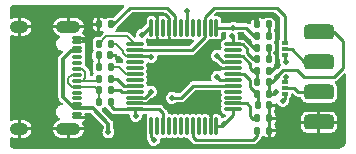
<source format=gbr>
%TF.GenerationSoftware,KiCad,Pcbnew,(6.0.6-0)*%
%TF.CreationDate,2022-08-07T16:54:58+08:00*%
%TF.ProjectId,ST-Link-Nano,53542d4c-696e-46b2-9d4e-616e6f2e6b69,rev?*%
%TF.SameCoordinates,Original*%
%TF.FileFunction,Copper,L1,Top*%
%TF.FilePolarity,Positive*%
%FSLAX46Y46*%
G04 Gerber Fmt 4.6, Leading zero omitted, Abs format (unit mm)*
G04 Created by KiCad (PCBNEW (6.0.6-0)) date 2022-08-07 16:54:58*
%MOMM*%
%LPD*%
G01*
G04 APERTURE LIST*
G04 Aperture macros list*
%AMRoundRect*
0 Rectangle with rounded corners*
0 $1 Rounding radius*
0 $2 $3 $4 $5 $6 $7 $8 $9 X,Y pos of 4 corners*
0 Add a 4 corners polygon primitive as box body*
4,1,4,$2,$3,$4,$5,$6,$7,$8,$9,$2,$3,0*
0 Add four circle primitives for the rounded corners*
1,1,$1+$1,$2,$3*
1,1,$1+$1,$4,$5*
1,1,$1+$1,$6,$7*
1,1,$1+$1,$8,$9*
0 Add four rect primitives between the rounded corners*
20,1,$1+$1,$2,$3,$4,$5,0*
20,1,$1+$1,$4,$5,$6,$7,0*
20,1,$1+$1,$6,$7,$8,$9,0*
20,1,$1+$1,$8,$9,$2,$3,0*%
G04 Aperture macros list end*
%TA.AperFunction,SMDPad,CuDef*%
%ADD10RoundRect,0.147500X-0.147500X-0.172500X0.147500X-0.172500X0.147500X0.172500X-0.147500X0.172500X0*%
%TD*%
%TA.AperFunction,SMDPad,CuDef*%
%ADD11RoundRect,0.135000X-0.135000X-0.185000X0.135000X-0.185000X0.135000X0.185000X-0.135000X0.185000X0*%
%TD*%
%TA.AperFunction,SMDPad,CuDef*%
%ADD12RoundRect,0.135000X0.135000X0.185000X-0.135000X0.185000X-0.135000X-0.185000X0.135000X-0.185000X0*%
%TD*%
%TA.AperFunction,ComponentPad*%
%ADD13RoundRect,0.500000X-0.550000X0.000000X-0.550000X0.000000X0.550000X0.000000X0.550000X0.000000X0*%
%TD*%
%TA.AperFunction,ComponentPad*%
%ADD14RoundRect,0.500000X-0.300000X0.000000X-0.300000X0.000000X0.300000X0.000000X0.300000X0.000000X0*%
%TD*%
%TA.AperFunction,SMDPad,CuDef*%
%ADD15RoundRect,0.075000X-0.350000X0.075000X-0.350000X-0.075000X0.350000X-0.075000X0.350000X0.075000X0*%
%TD*%
%TA.AperFunction,SMDPad,CuDef*%
%ADD16RoundRect,0.317500X-0.952500X-0.317500X0.952500X-0.317500X0.952500X0.317500X-0.952500X0.317500X0*%
%TD*%
%TA.AperFunction,SMDPad,CuDef*%
%ADD17RoundRect,0.077500X-0.202500X-0.077500X0.202500X-0.077500X0.202500X0.077500X-0.202500X0.077500X0*%
%TD*%
%TA.AperFunction,SMDPad,CuDef*%
%ADD18RoundRect,0.147500X0.147500X0.172500X-0.147500X0.172500X-0.147500X-0.172500X0.147500X-0.172500X0*%
%TD*%
%TA.AperFunction,SMDPad,CuDef*%
%ADD19RoundRect,0.075000X0.662500X0.075000X-0.662500X0.075000X-0.662500X-0.075000X0.662500X-0.075000X0*%
%TD*%
%TA.AperFunction,SMDPad,CuDef*%
%ADD20RoundRect,0.075000X0.075000X0.662500X-0.075000X0.662500X-0.075000X-0.662500X0.075000X-0.662500X0*%
%TD*%
%TA.AperFunction,SMDPad,CuDef*%
%ADD21RoundRect,0.140000X-0.140000X-0.170000X0.140000X-0.170000X0.140000X0.170000X-0.140000X0.170000X0*%
%TD*%
%TA.AperFunction,ViaPad*%
%ADD22C,0.500000*%
%TD*%
%TA.AperFunction,Conductor*%
%ADD23C,0.250000*%
%TD*%
%TA.AperFunction,Conductor*%
%ADD24C,0.300000*%
%TD*%
%TA.AperFunction,Conductor*%
%ADD25C,0.200000*%
%TD*%
G04 APERTURE END LIST*
D10*
%TO.P,D1,1,K*%
%TO.N,GND*%
X107803202Y-88964389D03*
%TO.P,D1,2,A*%
%TO.N,Net-(D1-Pad2)*%
X108773202Y-88964389D03*
%TD*%
D11*
%TO.P,R1,1*%
%TO.N,Net-(C1-Pad1)*%
X107789083Y-92873139D03*
%TO.P,R1,2*%
%TO.N,+3V3*%
X108809083Y-92873139D03*
%TD*%
%TO.P,R2,1*%
%TO.N,Net-(R2-Pad1)*%
X107817109Y-95990184D03*
%TO.P,R2,2*%
%TO.N,GND*%
X108837109Y-95990184D03*
%TD*%
D12*
%TO.P,R6,1*%
%TO.N,Net-(R6-Pad1)*%
X95409649Y-86992999D03*
%TO.P,R6,2*%
%TO.N,GND*%
X94389649Y-86992999D03*
%TD*%
D10*
%TO.P,D2,1,K*%
%TO.N,GND*%
X107801196Y-87006761D03*
%TO.P,D2,2,A*%
%TO.N,Net-(D2-Pad2)*%
X108771196Y-87006761D03*
%TD*%
D11*
%TO.P,R10,1*%
%TO.N,/USB_N*%
X94374575Y-91597878D03*
%TO.P,R10,2*%
%TO.N,Net-(R10-Pad2)*%
X95394575Y-91597878D03*
%TD*%
%TO.P,R4,1*%
%TO.N,Net-(R4-Pad1)*%
X107789083Y-91891507D03*
%TO.P,R4,2*%
%TO.N,+3V3*%
X108809083Y-91891507D03*
%TD*%
D13*
%TO.P,J1,1,SH1*%
%TO.N,GND*%
X91820374Y-87197063D03*
%TO.P,J1,2,SH2*%
X91820374Y-95847063D03*
D14*
%TO.P,J1,3,SH3*%
X87640374Y-87197063D03*
%TO.P,J1,4,SH4*%
X87640374Y-95847063D03*
D15*
%TO.P,J1,A1,GND*%
X92535374Y-88172063D03*
%TO.P,J1,A4,VBUS*%
%TO.N,+5V*%
X92535374Y-88972063D03*
%TO.P,J1,A5,CC1*%
%TO.N,unconnected-(J1-PadA5)*%
X92535374Y-90272063D03*
%TO.P,J1,A6,D+*%
%TO.N,/USB_P*%
X92535374Y-91272063D03*
%TO.P,J1,A7,D-*%
%TO.N,/USB_N*%
X92535374Y-91772063D03*
%TO.P,J1,A8,SBU1*%
%TO.N,unconnected-(J1-PadA8)*%
X92535374Y-92772063D03*
%TO.P,J1,A9,VBUS*%
%TO.N,+5V*%
X92535374Y-94072063D03*
%TO.P,J1,A12,GND*%
%TO.N,GND*%
X92535374Y-94872063D03*
%TO.P,J1,B1,GND*%
X92535374Y-94572063D03*
%TO.P,J1,B4,VBUS*%
%TO.N,+5V*%
X92535374Y-93772063D03*
%TO.P,J1,B5,CC2*%
%TO.N,unconnected-(J1-PadB5)*%
X92535374Y-93272063D03*
%TO.P,J1,B6,D+*%
%TO.N,/USB_P*%
X92535374Y-92272063D03*
%TO.P,J1,B7,D-*%
%TO.N,/USB_N*%
X92535374Y-90772063D03*
%TO.P,J1,B8,SBU2*%
%TO.N,unconnected-(J1-PadB8)*%
X92535374Y-89772063D03*
%TO.P,J1,B9,VBUS*%
%TO.N,+5V*%
X92535374Y-89272063D03*
%TO.P,J1,B12,GND*%
%TO.N,GND*%
X92535374Y-88472063D03*
%TD*%
D11*
%TO.P,R9,1*%
%TO.N,Net-(D3-Pad2)*%
X94382202Y-90610032D03*
%TO.P,R9,2*%
%TO.N,Net-(R9-Pad2)*%
X95402202Y-90610032D03*
%TD*%
D16*
%TO.P,J3,1,Pin_1*%
%TO.N,+3V3*%
X113030000Y-87646105D03*
%TO.P,J3,2,Pin_2*%
%TO.N,Net-(J2-Pad2)*%
X113030000Y-90186105D03*
%TO.P,J3,3,Pin_3*%
%TO.N,Net-(J3-Pad3)*%
X113030000Y-92726105D03*
%TO.P,J3,4,Pin_4*%
%TO.N,GND*%
X113030000Y-95266105D03*
%TD*%
D11*
%TO.P,R13,1*%
%TO.N,/USB_P*%
X94377166Y-93565496D03*
%TO.P,R13,2*%
%TO.N,+3V3*%
X95397166Y-93565496D03*
%TD*%
%TO.P,R3,1*%
%TO.N,Net-(R3-Pad1)*%
X107815988Y-94947145D03*
%TO.P,R3,2*%
%TO.N,GND*%
X108835988Y-94947145D03*
%TD*%
D12*
%TO.P,R5,1*%
%TO.N,GND*%
X108809082Y-90912291D03*
%TO.P,R5,2*%
%TO.N,Net-(R4-Pad1)*%
X107789082Y-90912291D03*
%TD*%
D17*
%TO.P,Je1,1*%
%TO.N,/JTMS*%
X110114092Y-91894793D03*
%TO.P,Je1,2*%
%TO.N,Net-(J3-Pad3)*%
X110114092Y-92402793D03*
%TO.P,Je1,3*%
%TO.N,/ST_SWDIO*%
X110114092Y-92910793D03*
%TD*%
D11*
%TO.P,R11,1*%
%TO.N,Net-(R11-Pad1)*%
X94383624Y-88642328D03*
%TO.P,R11,2*%
%TO.N,/JTMS*%
X95403624Y-88642328D03*
%TD*%
%TO.P,R12,1*%
%TO.N,/USB_P*%
X94377166Y-92579388D03*
%TO.P,R12,2*%
%TO.N,Net-(R12-Pad2)*%
X95397166Y-92579388D03*
%TD*%
D12*
%TO.P,R8,1*%
%TO.N,Net-(D2-Pad2)*%
X108798202Y-87985953D03*
%TO.P,R8,2*%
%TO.N,/RX*%
X107778202Y-87985953D03*
%TD*%
D17*
%TO.P,J2,1*%
%TO.N,/JTCK*%
X110147974Y-88610571D03*
%TO.P,J2,2*%
%TO.N,Net-(J2-Pad2)*%
X110147974Y-89118571D03*
%TO.P,J2,3*%
%TO.N,/ST_SWCLK*%
X110147974Y-89626571D03*
%TD*%
D18*
%TO.P,D3,1,K*%
%TO.N,GND*%
X95374762Y-89629439D03*
%TO.P,D3,2,A*%
%TO.N,Net-(D3-Pad2)*%
X94404762Y-89629439D03*
%TD*%
D19*
%TO.P,U2,1,VBAT*%
%TO.N,+3V3*%
X105762500Y-94190000D03*
%TO.P,U2,2,PC13*%
%TO.N,Net-(R3-Pad1)*%
X105762500Y-93690000D03*
%TO.P,U2,3,PC14*%
%TO.N,unconnected-(U2-Pad3)*%
X105762500Y-93190000D03*
%TO.P,U2,4,PC15*%
%TO.N,unconnected-(U2-Pad4)*%
X105762500Y-92690000D03*
%TO.P,U2,5,PD0*%
%TO.N,Net-(U2-Pad5)*%
X105762500Y-92190000D03*
%TO.P,U2,6,PD1*%
%TO.N,Net-(U2-Pad6)*%
X105762500Y-91690000D03*
%TO.P,U2,7,NRST*%
%TO.N,Net-(C1-Pad1)*%
X105762500Y-91190000D03*
%TO.P,U2,8,VSSA*%
%TO.N,GND*%
X105762500Y-90690000D03*
%TO.P,U2,9,VDDA*%
%TO.N,+3V3*%
X105762500Y-90190000D03*
%TO.P,U2,10,PA0*%
%TO.N,Net-(R4-Pad1)*%
X105762500Y-89690000D03*
%TO.P,U2,11,PA1*%
%TO.N,unconnected-(U2-Pad11)*%
X105762500Y-89190000D03*
%TO.P,U2,12,PA2*%
%TO.N,/TX*%
X105762500Y-88690000D03*
D20*
%TO.P,U2,13,PA3*%
%TO.N,/RX*%
X104350000Y-87277500D03*
%TO.P,U2,14,PA4*%
%TO.N,unconnected-(U2-Pad14)*%
X103850000Y-87277500D03*
%TO.P,U2,15,PA5*%
%TO.N,/JTCK*%
X103350000Y-87277500D03*
%TO.P,U2,16,PA6*%
%TO.N,/JTDO*%
X102850000Y-87277500D03*
%TO.P,U2,17,PA7*%
%TO.N,/JTDI*%
X102350000Y-87277500D03*
%TO.P,U2,18,PB0*%
%TO.N,/nRST*%
X101850000Y-87277500D03*
%TO.P,U2,19,PB1*%
%TO.N,unconnected-(U2-Pad19)*%
X101350000Y-87277500D03*
%TO.P,U2,20,PB2*%
%TO.N,Net-(R6-Pad1)*%
X100850000Y-87277500D03*
%TO.P,U2,21,PB10*%
%TO.N,GND*%
X100350000Y-87277500D03*
%TO.P,U2,22,PB11*%
%TO.N,unconnected-(U2-Pad22)*%
X99850000Y-87277500D03*
%TO.P,U2,23,VSS*%
%TO.N,GND*%
X99350000Y-87277500D03*
%TO.P,U2,24,VDD*%
%TO.N,+3V3*%
X98850000Y-87277500D03*
D19*
%TO.P,U2,25,PB12*%
%TO.N,Net-(R11-Pad1)*%
X97437500Y-88690000D03*
%TO.P,U2,26,PB13*%
%TO.N,/JTCK*%
X97437500Y-89190000D03*
%TO.P,U2,27,PB14*%
%TO.N,/JTMS*%
X97437500Y-89690000D03*
%TO.P,U2,28,PB15*%
%TO.N,unconnected-(U2-Pad28)*%
X97437500Y-90190000D03*
%TO.P,U2,29,PA8*%
%TO.N,unconnected-(U2-Pad29)*%
X97437500Y-90690000D03*
%TO.P,U2,30,PA9*%
%TO.N,Net-(R9-Pad2)*%
X97437500Y-91190000D03*
%TO.P,U2,31,PA10*%
%TO.N,/T_SWO*%
X97437500Y-91690000D03*
%TO.P,U2,32,PA11*%
%TO.N,Net-(R10-Pad2)*%
X97437500Y-92190000D03*
%TO.P,U2,33,PA12*%
%TO.N,Net-(R12-Pad2)*%
X97437500Y-92690000D03*
%TO.P,U2,34,PA13*%
%TO.N,/ST_SWDIO*%
X97437500Y-93190000D03*
%TO.P,U2,35,VSS*%
%TO.N,GND*%
X97437500Y-93690000D03*
%TO.P,U2,36,VDD*%
%TO.N,+3V3*%
X97437500Y-94190000D03*
D20*
%TO.P,U2,37,PA14*%
%TO.N,/ST_SWCLK*%
X98850000Y-95602500D03*
%TO.P,U2,38,PA15*%
%TO.N,/RENUMn*%
X99350000Y-95602500D03*
%TO.P,U2,39,PB3*%
%TO.N,+3V3*%
X99850000Y-95602500D03*
%TO.P,U2,40,PB4*%
%TO.N,unconnected-(U2-Pad40)*%
X100350000Y-95602500D03*
%TO.P,U2,41,PB5*%
%TO.N,unconnected-(U2-Pad41)*%
X100850000Y-95602500D03*
%TO.P,U2,42,PB6*%
%TO.N,unconnected-(U2-Pad42)*%
X101350000Y-95602500D03*
%TO.P,U2,43,PB7*%
%TO.N,unconnected-(U2-Pad43)*%
X101850000Y-95602500D03*
%TO.P,U2,44,BOOT0*%
%TO.N,Net-(R2-Pad1)*%
X102350000Y-95602500D03*
%TO.P,U2,45,PB8*%
%TO.N,unconnected-(U2-Pad45)*%
X102850000Y-95602500D03*
%TO.P,U2,46,PB9*%
%TO.N,unconnected-(U2-Pad46)*%
X103350000Y-95602500D03*
%TO.P,U2,47,VSS*%
%TO.N,GND*%
X103850000Y-95602500D03*
%TO.P,U2,48,VDD*%
%TO.N,+3V3*%
X104350000Y-95602500D03*
%TD*%
D21*
%TO.P,C1,1*%
%TO.N,Net-(C1-Pad1)*%
X107844994Y-93849478D03*
%TO.P,C1,2*%
%TO.N,GND*%
X108804994Y-93849478D03*
%TD*%
D12*
%TO.P,R7,1*%
%TO.N,Net-(D1-Pad2)*%
X108807605Y-89933494D03*
%TO.P,R7,2*%
%TO.N,/TX*%
X107787605Y-89933494D03*
%TD*%
D22*
%TO.N,GND*%
X94234000Y-85852000D03*
X100330000Y-91694000D03*
X103632000Y-89662000D03*
X96520000Y-87376000D03*
X96012000Y-89916000D03*
X96266000Y-96266000D03*
X109982000Y-95758000D03*
X109982000Y-96774000D03*
X90424000Y-90170000D03*
X102870000Y-89662000D03*
X106553000Y-88011000D03*
X100330000Y-90170000D03*
X95250000Y-85852000D03*
X90424000Y-93218000D03*
X103878086Y-94260805D03*
X104394000Y-93472000D03*
X101859550Y-94330711D03*
X90424000Y-92202000D03*
X100330000Y-90932000D03*
X102842603Y-94330711D03*
X104902000Y-86360000D03*
X109433434Y-89441785D03*
X97536000Y-86614000D03*
X94234000Y-96520000D03*
X90424000Y-91186000D03*
X93218000Y-96520000D03*
X107358784Y-86271860D03*
X98044000Y-96266000D03*
X104394000Y-90678000D03*
X93218000Y-85852000D03*
X97268039Y-96266000D03*
X97255954Y-87389081D03*
X98831233Y-93497233D03*
%TO.N,+5V*%
X95208974Y-96122477D03*
%TO.N,+3V3*%
X105029050Y-95398160D03*
X98044000Y-87884000D03*
X97536000Y-94742000D03*
X104394000Y-89662000D03*
X109474000Y-91440000D03*
X109398178Y-92714400D03*
%TO.N,/ST_SWCLK*%
X110236000Y-90170000D03*
X99060000Y-96774000D03*
%TO.N,/TX*%
X105664000Y-88015374D03*
%TO.N,/RX*%
X105762500Y-87277500D03*
%TO.N,/nRST*%
X101854000Y-85852000D03*
%TO.N,/JTMS*%
X98806000Y-89764500D03*
X110236000Y-91440000D03*
%TO.N,/ST_SWDIO*%
X98806000Y-92710000D03*
X109982000Y-93472000D03*
%TO.N,Net-(U2-Pad5)*%
X100584000Y-93218000D03*
%TO.N,Net-(U2-Pad6)*%
X104394000Y-91440000D03*
%TD*%
D23*
%TO.N,Net-(C1-Pad1)*%
X107188000Y-92272056D02*
X107789083Y-92873139D01*
X106684000Y-91190000D02*
X107188000Y-91694000D01*
X107844994Y-92929050D02*
X107789083Y-92873139D01*
X107188000Y-91694000D02*
X107188000Y-92272056D01*
X107844994Y-93849478D02*
X107844994Y-92929050D01*
X105762500Y-91190000D02*
X106684000Y-91190000D01*
%TO.N,GND*%
X95725439Y-89629439D02*
X96012000Y-89916000D01*
X109474000Y-90424000D02*
X109474000Y-89408000D01*
X98044000Y-86106000D02*
X97536000Y-86614000D01*
X97437500Y-93690000D02*
X98638466Y-93690000D01*
X107506389Y-88964389D02*
X106553000Y-88011000D01*
X108809082Y-90912291D02*
X108985709Y-90912291D01*
X105762500Y-90690000D02*
X104660000Y-90690000D01*
X105762500Y-90690000D02*
X104406000Y-90690000D01*
X99060000Y-86106000D02*
X98298000Y-86106000D01*
X99350000Y-87277500D02*
X99350000Y-86396000D01*
X103850000Y-95602500D02*
X103850000Y-94524000D01*
X107801196Y-86719196D02*
X107442000Y-86360000D01*
X98638466Y-93690000D02*
X98831233Y-93497233D01*
X104406000Y-90690000D02*
X104394000Y-90678000D01*
X108985709Y-90912291D02*
X109474000Y-90424000D01*
X100023446Y-86106000D02*
X99060000Y-86106000D01*
X103850000Y-94270000D02*
X103886000Y-94234000D01*
X95374762Y-89629439D02*
X95725439Y-89629439D01*
X98298000Y-86106000D02*
X98044000Y-86106000D01*
X100350000Y-87277500D02*
X100350000Y-86432554D01*
X100350000Y-86432554D02*
X100023446Y-86106000D01*
X99350000Y-86396000D02*
X99060000Y-86106000D01*
X103850000Y-95602500D02*
X103850000Y-94270000D01*
X107801196Y-87006761D02*
X107801196Y-86719196D01*
X107803202Y-88964389D02*
X107506389Y-88964389D01*
D24*
%TO.N,+5V*%
X91360374Y-93123104D02*
X92309333Y-94072063D01*
X92535374Y-94072063D02*
X93877839Y-94072063D01*
X95208974Y-95403198D02*
X95208974Y-96122477D01*
D23*
X92535374Y-88972063D02*
X92535374Y-89272063D01*
D24*
X92535374Y-89272063D02*
X92009333Y-89272063D01*
X92309333Y-94072063D02*
X92535374Y-94072063D01*
X91360374Y-89921022D02*
X91360374Y-93123104D01*
X92009333Y-89272063D02*
X91360374Y-89921022D01*
D23*
X92535374Y-93772063D02*
X92535374Y-94072063D01*
D24*
X93877839Y-94072063D02*
X95208974Y-95403198D01*
D23*
%TO.N,+3V3*%
X114316105Y-87646105D02*
X113030000Y-87646105D01*
X109239439Y-92873139D02*
X109398178Y-92714400D01*
X95714000Y-94190000D02*
X95397166Y-93873166D01*
X98044000Y-87884000D02*
X98650500Y-87277500D01*
X97437500Y-94190000D02*
X95714000Y-94190000D01*
X115062000Y-90678000D02*
X115062000Y-88392000D01*
X109474000Y-91388827D02*
X109997827Y-90865000D01*
X105762500Y-90190000D02*
X104922000Y-90190000D01*
X98650500Y-87277500D02*
X98850000Y-87277500D01*
X109997827Y-90865000D02*
X111185000Y-90865000D01*
X108809083Y-91891507D02*
X109022493Y-91891507D01*
X108809083Y-91891507D02*
X108809083Y-92873139D01*
X105762500Y-94190000D02*
X105762500Y-94664710D01*
X111760000Y-91440000D02*
X114300000Y-91440000D01*
X95397166Y-93873166D02*
X95397166Y-93565496D01*
X109022493Y-91891507D02*
X109474000Y-91440000D01*
X97437500Y-94190000D02*
X99524000Y-94190000D01*
X115062000Y-88392000D02*
X114316105Y-87646105D01*
X109474000Y-91440000D02*
X109474000Y-91388827D01*
X104824710Y-95602500D02*
X105029050Y-95398160D01*
X104350000Y-95602500D02*
X104824710Y-95602500D01*
X99850000Y-94516000D02*
X99850000Y-95602500D01*
X99524000Y-94190000D02*
X99850000Y-94516000D01*
X97437500Y-94643500D02*
X97536000Y-94742000D01*
X111185000Y-90865000D02*
X111760000Y-91440000D01*
X105762500Y-94664710D02*
X105029050Y-95398160D01*
X114300000Y-91440000D02*
X115062000Y-90678000D01*
X97437500Y-94190000D02*
X97437500Y-94643500D01*
X108809083Y-92873139D02*
X109239439Y-92873139D01*
X104922000Y-90190000D02*
X104394000Y-89662000D01*
%TO.N,Net-(D1-Pad2)*%
X108807605Y-88998792D02*
X108773202Y-88964389D01*
X108807605Y-89933494D02*
X108807605Y-88998792D01*
%TO.N,Net-(D2-Pad2)*%
X108798202Y-87033767D02*
X108771196Y-87006761D01*
X108798202Y-87985953D02*
X108798202Y-87033767D01*
D25*
%TO.N,Net-(D3-Pad2)*%
X94382202Y-90610032D02*
X94382202Y-89651999D01*
D23*
X94382202Y-89651999D02*
X94404762Y-89629439D01*
D25*
%TO.N,/USB_P*%
X92535374Y-91272063D02*
X92080044Y-91272063D01*
X92080044Y-91272063D02*
X91810374Y-91541733D01*
X94377166Y-93565496D02*
X94377166Y-92579388D01*
X91810374Y-91541733D02*
X91810374Y-92002393D01*
X94069841Y-92272063D02*
X94377166Y-92579388D01*
X91810374Y-92002393D02*
X92080044Y-92272063D01*
X92535374Y-92272063D02*
X94069841Y-92272063D01*
X92080044Y-92272063D02*
X92535374Y-92272063D01*
%TO.N,/USB_N*%
X92535374Y-90772063D02*
X92990704Y-90772063D01*
X92990704Y-90772063D02*
X93260374Y-91041733D01*
X93060374Y-91772063D02*
X92535374Y-91772063D01*
X94374575Y-91597878D02*
X94200390Y-91772063D01*
X94200390Y-91772063D02*
X92535374Y-91772063D01*
X93260374Y-91041733D02*
X93260374Y-91572063D01*
X93260374Y-91572063D02*
X93060374Y-91772063D01*
D23*
%TO.N,/JTCK*%
X104140000Y-85598000D02*
X103350000Y-86388000D01*
X103350000Y-88080685D02*
X103350000Y-87277500D01*
X102240685Y-89190000D02*
X103350000Y-88080685D01*
X110147974Y-86271974D02*
X109474000Y-85598000D01*
X97437500Y-89190000D02*
X102240685Y-89190000D01*
X109474000Y-85598000D02*
X104140000Y-85598000D01*
X110147974Y-88610571D02*
X110147974Y-86271974D01*
X103350000Y-86388000D02*
X103350000Y-87277500D01*
%TO.N,Net-(J2-Pad2)*%
X110147974Y-89118571D02*
X110708571Y-89118571D01*
X111776105Y-90186105D02*
X113030000Y-90186105D01*
X110708571Y-89118571D02*
X111776105Y-90186105D01*
%TO.N,/ST_SWCLK*%
X98850000Y-96564000D02*
X99060000Y-96774000D01*
X110147974Y-89626571D02*
X110147974Y-90081974D01*
X110147974Y-90081974D02*
X110236000Y-90170000D01*
X98850000Y-95602500D02*
X98850000Y-96564000D01*
%TO.N,Net-(J3-Pad3)*%
X111268105Y-92726105D02*
X113030000Y-92726105D01*
X110944793Y-92402793D02*
X111268105Y-92726105D01*
X110114092Y-92402793D02*
X110944793Y-92402793D01*
%TO.N,/TX*%
X105762500Y-88113874D02*
X105664000Y-88015374D01*
X107459494Y-89933494D02*
X107787605Y-89933494D01*
X105762500Y-88490500D02*
X105762500Y-88113874D01*
X105762500Y-88690000D02*
X106565685Y-88690000D01*
X106934000Y-89058315D02*
X106934000Y-89408000D01*
X105762500Y-88490500D02*
X105762500Y-88236500D01*
X106565685Y-88690000D02*
X106934000Y-89058315D01*
X106934000Y-89408000D02*
X107459494Y-89933494D01*
X105762500Y-88236500D02*
X105664000Y-88138000D01*
X105762500Y-88690000D02*
X105762500Y-88490500D01*
%TO.N,/RX*%
X106835500Y-87277500D02*
X107543953Y-87985953D01*
X104350000Y-87277500D02*
X105762500Y-87277500D01*
X105762500Y-87277500D02*
X106835500Y-87277500D01*
X107543953Y-87985953D02*
X107778202Y-87985953D01*
%TO.N,/nRST*%
X101854000Y-87273500D02*
X101850000Y-87277500D01*
X101854000Y-85852000D02*
X101854000Y-87273500D01*
%TO.N,/JTMS*%
X98731500Y-89690000D02*
X98806000Y-89764500D01*
X97437500Y-89690000D02*
X98731500Y-89690000D01*
X110114092Y-91561908D02*
X110236000Y-91440000D01*
D25*
X96400000Y-89420330D02*
X96400000Y-89209352D01*
D23*
X110114092Y-91894793D02*
X110114092Y-91561908D01*
D25*
X96669670Y-89690000D02*
X96400000Y-89420330D01*
X95832976Y-88642328D02*
X95403624Y-88642328D01*
X96400000Y-89209352D02*
X95832976Y-88642328D01*
X97437500Y-89690000D02*
X96669670Y-89690000D01*
D23*
%TO.N,/ST_SWDIO*%
X97437500Y-93190000D02*
X98326000Y-93190000D01*
X110114092Y-93339908D02*
X109982000Y-93472000D01*
X98326000Y-93190000D02*
X98806000Y-92710000D01*
X110114092Y-92910793D02*
X110114092Y-93339908D01*
%TO.N,Net-(R2-Pad1)*%
X102350000Y-95602500D02*
X102350000Y-96532000D01*
X107442000Y-96774000D02*
X107809820Y-96406180D01*
X102592000Y-96774000D02*
X107442000Y-96774000D01*
X102350000Y-96532000D02*
X102592000Y-96774000D01*
X107809820Y-96406180D02*
X107809820Y-95967543D01*
%TO.N,Net-(R3-Pad1)*%
X107188000Y-93980000D02*
X107188000Y-94742000D01*
X107188000Y-94742000D02*
X107442000Y-94996000D01*
X105762500Y-93690000D02*
X106898000Y-93690000D01*
X107442000Y-94996000D02*
X107767133Y-94996000D01*
X106898000Y-93690000D02*
X107188000Y-93980000D01*
X107767133Y-94996000D02*
X107815988Y-94947145D01*
%TO.N,Net-(R4-Pad1)*%
X107789082Y-90912291D02*
X107789083Y-91891507D01*
X107188000Y-90678000D02*
X107442000Y-90932000D01*
X106565685Y-89690000D02*
X107188000Y-90312315D01*
X105762500Y-89690000D02*
X106565685Y-89690000D01*
X107442000Y-90932000D02*
X107769373Y-90932000D01*
X107188000Y-90312315D02*
X107188000Y-90678000D01*
X107769373Y-90932000D02*
X107789082Y-90912291D01*
%TO.N,Net-(R6-Pad1)*%
X95633001Y-86992999D02*
X95409649Y-86992999D01*
X100850000Y-87277500D02*
X100850000Y-86296158D01*
X100850000Y-86296158D02*
X100151842Y-85598000D01*
X97028000Y-85598000D02*
X95633001Y-86992999D01*
X100151842Y-85598000D02*
X97028000Y-85598000D01*
D25*
%TO.N,Net-(R9-Pad2)*%
X96669670Y-91190000D02*
X96089702Y-90610032D01*
X96089702Y-90610032D02*
X95402202Y-90610032D01*
X97437500Y-91190000D02*
X96669670Y-91190000D01*
D23*
%TO.N,Net-(R10-Pad2)*%
X97437500Y-92190000D02*
X96508000Y-92190000D01*
X96508000Y-92190000D02*
X95915878Y-91597878D01*
X95915878Y-91597878D02*
X95394575Y-91597878D01*
D25*
%TO.N,Net-(R11-Pad1)*%
X97437500Y-88690000D02*
X96769828Y-88022328D01*
X95003624Y-88022328D02*
X94383624Y-88642328D01*
X96769828Y-88022328D02*
X95003624Y-88022328D01*
D23*
%TO.N,Net-(R12-Pad2)*%
X96371604Y-92690000D02*
X96201802Y-92520198D01*
X95456356Y-92520198D02*
X95397166Y-92579388D01*
X96201802Y-92520198D02*
X95456356Y-92520198D01*
X97437500Y-92690000D02*
X96371604Y-92690000D01*
%TO.N,Net-(U2-Pad5)*%
X101346000Y-93218000D02*
X100584000Y-93218000D01*
X105762500Y-92190000D02*
X102374000Y-92190000D01*
X102374000Y-92190000D02*
X101346000Y-93218000D01*
%TO.N,Net-(U2-Pad6)*%
X105762500Y-91690000D02*
X104644000Y-91690000D01*
X104644000Y-91690000D02*
X104394000Y-91440000D01*
%TD*%
%TA.AperFunction,Conductor*%
%TO.N,GND*%
G36*
X87357429Y-85341084D02*
G01*
X87361542Y-85341191D01*
X87376087Y-85342414D01*
X87378503Y-85342759D01*
X87390211Y-85346878D01*
X87430421Y-85344687D01*
X87437267Y-85344500D01*
X90798415Y-85344726D01*
X96440020Y-85345104D01*
X96508140Y-85365111D01*
X96554629Y-85418769D01*
X96564728Y-85489044D01*
X96535231Y-85553623D01*
X96529107Y-85560199D01*
X95703146Y-86386160D01*
X95640834Y-86420186D01*
X95594343Y-86421514D01*
X95580200Y-86419274D01*
X95580191Y-86419273D01*
X95575302Y-86418499D01*
X95409666Y-86418499D01*
X95243997Y-86418500D01*
X95239104Y-86419275D01*
X95239103Y-86419275D01*
X95162585Y-86431393D01*
X95162583Y-86431394D01*
X95152787Y-86432945D01*
X95143950Y-86437448D01*
X95143949Y-86437448D01*
X95107800Y-86455867D01*
X95042853Y-86488959D01*
X94988391Y-86543421D01*
X94926079Y-86577447D01*
X94855264Y-86572382D01*
X94810201Y-86543421D01*
X94763159Y-86496379D01*
X94747316Y-86484868D01*
X94655189Y-86437927D01*
X94636562Y-86431875D01*
X94560157Y-86419774D01*
X94550311Y-86418999D01*
X94534764Y-86418999D01*
X94519525Y-86423474D01*
X94518320Y-86424864D01*
X94516649Y-86432547D01*
X94516649Y-87548884D01*
X94521124Y-87564123D01*
X94522514Y-87565328D01*
X94530197Y-87566999D01*
X94550311Y-87566999D01*
X94560157Y-87566224D01*
X94646355Y-87552572D01*
X94646837Y-87555615D01*
X94701511Y-87554059D01*
X94762305Y-87590727D01*
X94793624Y-87654443D01*
X94785524Y-87724976D01*
X94761989Y-87761447D01*
X94749253Y-87775224D01*
X94745826Y-87778788D01*
X94493691Y-88030923D01*
X94431379Y-88064949D01*
X94404597Y-88067828D01*
X94238680Y-88067829D01*
X94217972Y-88067829D01*
X94213079Y-88068604D01*
X94213078Y-88068604D01*
X94136560Y-88080722D01*
X94136558Y-88080723D01*
X94126762Y-88082274D01*
X94016828Y-88138288D01*
X93929584Y-88225532D01*
X93873570Y-88335466D01*
X93872020Y-88345255D01*
X93872019Y-88345257D01*
X93870643Y-88353944D01*
X93859124Y-88426675D01*
X93859125Y-88857980D01*
X93859900Y-88862873D01*
X93859900Y-88862874D01*
X93870668Y-88930864D01*
X93873570Y-88949190D01*
X93878073Y-88958027D01*
X93878073Y-88958028D01*
X93887769Y-88977057D01*
X93929584Y-89059124D01*
X93934937Y-89064477D01*
X93958358Y-89130117D01*
X93942279Y-89199269D01*
X93934834Y-89210853D01*
X93927983Y-89217704D01*
X93919182Y-89234977D01*
X93874674Y-89322329D01*
X93874673Y-89322332D01*
X93870172Y-89331166D01*
X93855262Y-89425302D01*
X93855263Y-89833575D01*
X93870172Y-89927712D01*
X93927983Y-90041174D01*
X93932168Y-90045359D01*
X93955280Y-90110137D01*
X93939198Y-90179288D01*
X93933960Y-90187438D01*
X93928162Y-90193236D01*
X93872148Y-90303170D01*
X93870598Y-90312959D01*
X93870597Y-90312961D01*
X93868461Y-90326447D01*
X93857702Y-90394379D01*
X93857703Y-90825684D01*
X93872148Y-90916894D01*
X93876651Y-90925731D01*
X93876651Y-90925732D01*
X93884666Y-90941463D01*
X93928162Y-91026828D01*
X93929887Y-91028553D01*
X93952352Y-91091507D01*
X93936275Y-91160660D01*
X93928493Y-91172769D01*
X93927549Y-91174068D01*
X93920535Y-91181082D01*
X93864521Y-91291016D01*
X93862970Y-91300808D01*
X93860707Y-91307773D01*
X93820634Y-91366379D01*
X93755237Y-91394016D01*
X93685280Y-91381909D01*
X93632974Y-91333903D01*
X93614874Y-91268837D01*
X93614874Y-91092990D01*
X93616980Y-91073196D01*
X93617185Y-91068843D01*
X93619377Y-91058663D01*
X93615747Y-91027993D01*
X93615432Y-91022650D01*
X93615302Y-91022661D01*
X93614874Y-91017481D01*
X93614874Y-91012282D01*
X93614021Y-91007158D01*
X93614020Y-91007145D01*
X93611947Y-90994692D01*
X93611110Y-90988817D01*
X93606729Y-90951804D01*
X93605505Y-90941463D01*
X93601804Y-90933755D01*
X93600399Y-90925316D01*
X93577745Y-90883332D01*
X93575064Y-90878069D01*
X93562352Y-90851596D01*
X93554419Y-90835075D01*
X93551063Y-90831083D01*
X93549116Y-90829136D01*
X93547626Y-90827511D01*
X93547393Y-90827079D01*
X93547429Y-90827046D01*
X93547290Y-90826888D01*
X93544357Y-90821453D01*
X93520594Y-90799486D01*
X93507505Y-90787387D01*
X93503939Y-90783959D01*
X93277620Y-90557641D01*
X93265118Y-90542161D01*
X93262179Y-90538931D01*
X93256529Y-90530181D01*
X93248346Y-90523730D01*
X93242591Y-90517406D01*
X93211537Y-90453561D01*
X93210860Y-90416158D01*
X93214874Y-90385671D01*
X93214874Y-90158455D01*
X93208556Y-90110467D01*
X93192163Y-90075311D01*
X93181502Y-90005121D01*
X93192162Y-89968817D01*
X93208556Y-89933659D01*
X93214874Y-89885671D01*
X93214874Y-89658455D01*
X93208556Y-89610467D01*
X93192163Y-89575311D01*
X93181502Y-89505121D01*
X93192162Y-89468817D01*
X93208556Y-89433659D01*
X93214874Y-89385671D01*
X93214874Y-89158455D01*
X93212248Y-89138508D01*
X93212248Y-89105616D01*
X93214336Y-89089756D01*
X93214874Y-89085671D01*
X93214874Y-88858455D01*
X93208556Y-88810467D01*
X93204484Y-88801735D01*
X93204483Y-88801731D01*
X93191888Y-88774721D01*
X93181227Y-88704530D01*
X93191888Y-88668222D01*
X93203992Y-88642264D01*
X93209324Y-88623970D01*
X93210239Y-88617024D01*
X93208027Y-88602841D01*
X93194871Y-88599063D01*
X93053907Y-88599063D01*
X93000657Y-88587258D01*
X92996368Y-88585258D01*
X92943083Y-88538341D01*
X92923622Y-88470063D01*
X92944164Y-88402103D01*
X92998187Y-88356038D01*
X93049618Y-88345063D01*
X93194488Y-88345063D01*
X93208259Y-88341019D01*
X93211063Y-88322309D01*
X93208027Y-88302841D01*
X93194870Y-88299063D01*
X92680489Y-88299063D01*
X92665250Y-88303538D01*
X92664045Y-88304928D01*
X92662374Y-88312611D01*
X92662374Y-88326948D01*
X92666849Y-88342187D01*
X92671640Y-88346339D01*
X92710023Y-88406065D01*
X92710023Y-88477062D01*
X92671639Y-88536788D01*
X92607058Y-88566281D01*
X92589127Y-88567563D01*
X92534374Y-88567563D01*
X92466253Y-88547561D01*
X92419760Y-88493905D01*
X92408374Y-88441563D01*
X92408374Y-88154063D01*
X92428376Y-88085942D01*
X92482032Y-88039449D01*
X92534374Y-88028063D01*
X92603553Y-88028063D01*
X92636555Y-88037753D01*
X92636815Y-88036556D01*
X92675922Y-88045063D01*
X93194488Y-88045063D01*
X93208259Y-88041019D01*
X93210288Y-88027480D01*
X93209324Y-88020156D01*
X93203992Y-88001862D01*
X93163692Y-87915438D01*
X93151234Y-87897647D01*
X93084790Y-87831203D01*
X93066997Y-87818744D01*
X93044542Y-87808273D01*
X92991256Y-87761356D01*
X92971795Y-87693079D01*
X92990530Y-87627963D01*
X93054542Y-87524114D01*
X93060687Y-87510937D01*
X93111569Y-87357533D01*
X93114435Y-87344167D01*
X93114648Y-87342084D01*
X93111921Y-87327386D01*
X93099687Y-87324063D01*
X90542468Y-87324063D01*
X90528151Y-87328267D01*
X90526092Y-87340824D01*
X90526572Y-87345447D01*
X90529465Y-87358842D01*
X90580611Y-87512144D01*
X90586777Y-87525308D01*
X90671597Y-87662377D01*
X90680624Y-87673766D01*
X90794700Y-87787643D01*
X90806110Y-87796654D01*
X90943317Y-87881228D01*
X90956500Y-87887376D01*
X90999302Y-87901573D01*
X91057662Y-87942004D01*
X91084898Y-88007569D01*
X91072364Y-88077450D01*
X91027523Y-88125088D01*
X91028124Y-88125871D01*
X90907070Y-88218759D01*
X90814182Y-88339813D01*
X90755790Y-88480783D01*
X90754712Y-88488971D01*
X90748573Y-88535605D01*
X90735874Y-88632063D01*
X90755790Y-88783343D01*
X90814182Y-88924313D01*
X90844155Y-88963375D01*
X90899665Y-89035716D01*
X90907070Y-89045367D01*
X91028124Y-89138255D01*
X91169094Y-89196647D01*
X91177282Y-89197725D01*
X91219409Y-89203271D01*
X91284336Y-89231993D01*
X91323428Y-89291258D01*
X91324273Y-89362250D01*
X91292059Y-89417288D01*
X91171158Y-89538188D01*
X91051839Y-89657507D01*
X91051826Y-89657521D01*
X91029048Y-89680299D01*
X91024545Y-89689137D01*
X91018920Y-89700176D01*
X91008590Y-89717033D01*
X90995469Y-89735093D01*
X90992404Y-89744526D01*
X90988573Y-89756317D01*
X90981008Y-89774583D01*
X90970876Y-89794467D01*
X90969325Y-89804260D01*
X90967385Y-89816509D01*
X90962769Y-89835735D01*
X90955874Y-89856956D01*
X90955874Y-93187170D01*
X90958939Y-93196602D01*
X90958939Y-93196604D01*
X90962769Y-93208391D01*
X90967385Y-93227617D01*
X90970876Y-93249659D01*
X90975377Y-93258492D01*
X90981007Y-93269542D01*
X90988573Y-93287808D01*
X90995469Y-93309033D01*
X91001299Y-93317057D01*
X91008590Y-93327093D01*
X91018919Y-93343948D01*
X91029048Y-93363827D01*
X91051836Y-93386615D01*
X91051839Y-93386619D01*
X91292058Y-93626838D01*
X91326084Y-93689150D01*
X91321019Y-93759965D01*
X91278472Y-93816801D01*
X91219409Y-93840855D01*
X91187241Y-93845090D01*
X91169094Y-93847479D01*
X91028124Y-93905871D01*
X90970223Y-93950300D01*
X90923091Y-93986466D01*
X90907070Y-93998759D01*
X90814182Y-94119813D01*
X90755790Y-94260783D01*
X90735874Y-94412063D01*
X90741452Y-94454430D01*
X90750819Y-94525580D01*
X90755790Y-94563343D01*
X90814182Y-94704313D01*
X90907070Y-94825367D01*
X90913616Y-94830390D01*
X91021576Y-94913231D01*
X91021578Y-94913232D01*
X91023466Y-94914680D01*
X91023468Y-94914683D01*
X91028124Y-94918255D01*
X91027567Y-94918981D01*
X91071698Y-94965267D01*
X91085133Y-95034981D01*
X91058745Y-95100891D01*
X90999580Y-95142525D01*
X90955288Y-95157302D01*
X90942129Y-95163466D01*
X90805060Y-95248286D01*
X90793671Y-95257313D01*
X90679794Y-95371389D01*
X90670783Y-95382799D01*
X90586209Y-95520006D01*
X90580061Y-95533189D01*
X90529179Y-95686593D01*
X90526313Y-95699959D01*
X90526100Y-95702042D01*
X90528827Y-95716740D01*
X90541061Y-95720063D01*
X93098280Y-95720063D01*
X93112597Y-95715859D01*
X93114656Y-95703302D01*
X93114176Y-95698679D01*
X93111283Y-95685284D01*
X93060137Y-95531982D01*
X93053971Y-95518818D01*
X92990582Y-95416381D01*
X92971745Y-95347928D01*
X92992907Y-95280159D01*
X93044477Y-95235883D01*
X93066999Y-95225381D01*
X93084790Y-95212923D01*
X93151234Y-95146479D01*
X93163692Y-95128688D01*
X93203992Y-95042264D01*
X93209324Y-95023970D01*
X93210239Y-95017024D01*
X93208027Y-95002841D01*
X93194871Y-94999063D01*
X92680489Y-94999063D01*
X92639975Y-95010959D01*
X92604477Y-95016063D01*
X92534374Y-95016063D01*
X92466253Y-94996061D01*
X92419760Y-94942405D01*
X92408374Y-94890063D01*
X92408374Y-94602563D01*
X92428376Y-94534442D01*
X92482032Y-94487949D01*
X92534374Y-94476563D01*
X92586023Y-94476563D01*
X92654144Y-94496565D01*
X92700637Y-94550221D01*
X92710741Y-94620495D01*
X92681248Y-94685075D01*
X92664045Y-94704928D01*
X92662374Y-94712611D01*
X92662374Y-94726948D01*
X92666849Y-94742187D01*
X92668239Y-94743392D01*
X92675922Y-94745063D01*
X93194488Y-94745063D01*
X93208259Y-94741019D01*
X93211063Y-94722309D01*
X93207792Y-94701331D01*
X93194364Y-94686202D01*
X93164106Y-94621976D01*
X93173373Y-94551587D01*
X93219225Y-94497383D01*
X93288601Y-94476563D01*
X93658099Y-94476563D01*
X93726220Y-94496565D01*
X93747194Y-94513468D01*
X94767569Y-95533843D01*
X94801595Y-95596155D01*
X94804474Y-95622938D01*
X94804474Y-95774551D01*
X94784689Y-95840704D01*
X94782973Y-95842647D01*
X94721557Y-95973459D01*
X94720177Y-95982323D01*
X94720176Y-95982326D01*
X94704039Y-96085969D01*
X94699324Y-96116250D01*
X94700488Y-96125152D01*
X94700488Y-96125155D01*
X94716656Y-96248790D01*
X94718062Y-96259542D01*
X94776263Y-96391816D01*
X94869250Y-96502437D01*
X94876721Y-96507410D01*
X94876722Y-96507411D01*
X94982075Y-96577540D01*
X94982077Y-96577541D01*
X94989548Y-96582514D01*
X94998112Y-96585190D01*
X94998115Y-96585191D01*
X95058516Y-96604062D01*
X95127484Y-96625609D01*
X95271972Y-96628257D01*
X95300634Y-96620443D01*
X95402737Y-96592607D01*
X95402739Y-96592606D01*
X95411396Y-96590246D01*
X95534546Y-96514631D01*
X95631525Y-96407491D01*
X95681855Y-96303608D01*
X95690619Y-96285520D01*
X95690619Y-96285519D01*
X95694534Y-96277439D01*
X95718510Y-96134930D01*
X95718662Y-96122477D01*
X95702388Y-96008842D01*
X95699448Y-95988312D01*
X95699447Y-95988310D01*
X95698175Y-95979425D01*
X95694059Y-95970371D01*
X95642076Y-95856041D01*
X95638362Y-95847872D01*
X95633179Y-95841857D01*
X95613474Y-95774473D01*
X95613474Y-95339132D01*
X95606579Y-95317912D01*
X95601962Y-95298680D01*
X95600024Y-95286442D01*
X95600024Y-95286441D01*
X95598472Y-95276643D01*
X95593970Y-95267808D01*
X95593969Y-95267804D01*
X95588339Y-95256755D01*
X95580775Y-95238493D01*
X95576943Y-95226701D01*
X95576942Y-95226699D01*
X95573878Y-95217269D01*
X95560761Y-95199215D01*
X95550431Y-95182358D01*
X95549432Y-95180398D01*
X95540300Y-95162475D01*
X95517512Y-95139687D01*
X95517509Y-95139683D01*
X94670106Y-94292280D01*
X94636080Y-94229968D01*
X94641145Y-94159153D01*
X94683692Y-94102317D01*
X94701998Y-94090918D01*
X94735129Y-94074037D01*
X94735131Y-94074036D01*
X94743962Y-94069536D01*
X94798071Y-94015427D01*
X94860383Y-93981401D01*
X94931198Y-93986466D01*
X94976261Y-94015427D01*
X95030370Y-94069536D01*
X95039208Y-94074039D01*
X95039209Y-94074040D01*
X95062081Y-94085694D01*
X95091888Y-94110352D01*
X95093156Y-94108980D01*
X95132752Y-94145582D01*
X95136318Y-94149012D01*
X95407522Y-94420216D01*
X95422664Y-94438964D01*
X95423779Y-94440189D01*
X95429429Y-94448940D01*
X95437607Y-94455387D01*
X95437609Y-94455389D01*
X95455800Y-94469729D01*
X95460241Y-94473675D01*
X95460303Y-94473602D01*
X95464267Y-94476961D01*
X95467944Y-94480638D01*
X95483692Y-94491892D01*
X95488362Y-94495398D01*
X95528647Y-94527156D01*
X95537281Y-94530188D01*
X95544734Y-94535514D01*
X95593850Y-94550203D01*
X95599492Y-94552036D01*
X95640367Y-94566390D01*
X95647851Y-94569018D01*
X95653416Y-94569500D01*
X95656124Y-94569500D01*
X95658758Y-94569614D01*
X95658856Y-94569643D01*
X95658849Y-94569807D01*
X95659553Y-94569851D01*
X95665778Y-94571713D01*
X95719635Y-94569597D01*
X95724582Y-94569500D01*
X96620406Y-94569500D01*
X96673655Y-94581305D01*
X96679668Y-94584109D01*
X96679672Y-94584110D01*
X96688404Y-94588182D01*
X96697957Y-94589440D01*
X96697958Y-94589440D01*
X96721976Y-94592602D01*
X96736392Y-94594500D01*
X96901800Y-94594500D01*
X96969921Y-94614502D01*
X97016414Y-94668158D01*
X97027791Y-94722038D01*
X97027732Y-94726899D01*
X97026350Y-94735773D01*
X97045088Y-94879065D01*
X97103289Y-95011339D01*
X97109063Y-95018208D01*
X97182990Y-95106154D01*
X97196276Y-95121960D01*
X97203747Y-95126933D01*
X97203748Y-95126934D01*
X97309101Y-95197063D01*
X97309103Y-95197064D01*
X97316574Y-95202037D01*
X97325138Y-95204713D01*
X97325141Y-95204714D01*
X97385542Y-95223585D01*
X97454510Y-95245132D01*
X97598998Y-95247780D01*
X97609327Y-95244964D01*
X97729763Y-95212130D01*
X97729765Y-95212129D01*
X97738422Y-95209769D01*
X97861572Y-95134154D01*
X97958551Y-95027014D01*
X98004149Y-94932899D01*
X98017645Y-94905043D01*
X98017645Y-94905042D01*
X98021560Y-94896962D01*
X98045536Y-94754453D01*
X98045614Y-94748091D01*
X98045629Y-94746860D01*
X98045629Y-94746856D01*
X98045688Y-94742000D01*
X98044740Y-94735383D01*
X98044837Y-94734712D01*
X98044682Y-94732329D01*
X98045186Y-94732296D01*
X98054884Y-94665117D01*
X98101407Y-94611488D01*
X98153022Y-94592602D01*
X98186596Y-94588182D01*
X98195328Y-94584110D01*
X98195332Y-94584109D01*
X98201345Y-94581305D01*
X98254594Y-94569500D01*
X98386424Y-94569500D01*
X98454545Y-94589502D01*
X98501038Y-94643158D01*
X98511142Y-94713432D01*
X98500620Y-94748748D01*
X98486411Y-94779218D01*
X98456216Y-94843973D01*
X98451818Y-94853404D01*
X98450560Y-94862957D01*
X98450560Y-94862958D01*
X98448296Y-94880152D01*
X98445500Y-94901392D01*
X98445500Y-96303608D01*
X98451818Y-96351596D01*
X98455890Y-96360328D01*
X98455891Y-96360332D01*
X98458695Y-96366345D01*
X98470500Y-96419594D01*
X98470500Y-96510080D01*
X98467952Y-96534014D01*
X98467873Y-96535691D01*
X98465680Y-96545876D01*
X98466904Y-96556217D01*
X98469627Y-96579223D01*
X98469977Y-96585154D01*
X98470072Y-96585146D01*
X98470500Y-96590324D01*
X98470500Y-96595524D01*
X98471354Y-96600653D01*
X98471354Y-96600656D01*
X98473669Y-96614565D01*
X98474506Y-96620443D01*
X98479267Y-96660667D01*
X98480530Y-96671341D01*
X98484493Y-96679593D01*
X98485996Y-96688626D01*
X98490943Y-96697795D01*
X98490944Y-96697797D01*
X98510334Y-96733732D01*
X98513031Y-96739025D01*
X98531787Y-96778086D01*
X98531789Y-96778090D01*
X98535219Y-96785232D01*
X98538814Y-96789508D01*
X98539799Y-96790493D01*
X98541350Y-96792895D01*
X98560437Y-96844908D01*
X98569088Y-96911065D01*
X98627289Y-97043339D01*
X98633063Y-97050208D01*
X98708767Y-97140268D01*
X98720276Y-97153960D01*
X98727747Y-97158933D01*
X98727748Y-97158934D01*
X98833101Y-97229063D01*
X98833103Y-97229064D01*
X98840574Y-97234037D01*
X98849138Y-97236713D01*
X98849141Y-97236714D01*
X98909542Y-97255584D01*
X98978510Y-97277132D01*
X99122998Y-97279780D01*
X99142530Y-97274455D01*
X99253763Y-97244130D01*
X99253765Y-97244129D01*
X99262422Y-97241769D01*
X99385572Y-97166154D01*
X99482551Y-97059014D01*
X99529591Y-96961923D01*
X99541645Y-96937043D01*
X99541645Y-96937042D01*
X99545560Y-96928962D01*
X99569536Y-96786453D01*
X99569688Y-96774000D01*
X99563838Y-96733153D01*
X99573980Y-96662886D01*
X99620502Y-96609256D01*
X99688634Y-96589291D01*
X99705010Y-96590369D01*
X99732301Y-96593962D01*
X99732310Y-96593963D01*
X99736392Y-96594500D01*
X99963608Y-96594500D01*
X100011596Y-96588182D01*
X100046752Y-96571789D01*
X100116942Y-96561128D01*
X100153246Y-96571788D01*
X100188404Y-96588182D01*
X100236392Y-96594500D01*
X100463608Y-96594500D01*
X100511596Y-96588182D01*
X100546752Y-96571789D01*
X100616942Y-96561128D01*
X100653246Y-96571788D01*
X100688404Y-96588182D01*
X100736392Y-96594500D01*
X100963608Y-96594500D01*
X101011596Y-96588182D01*
X101046752Y-96571789D01*
X101116942Y-96561128D01*
X101153246Y-96571788D01*
X101188404Y-96588182D01*
X101236392Y-96594500D01*
X101463608Y-96594500D01*
X101511596Y-96588182D01*
X101546752Y-96571789D01*
X101616942Y-96561128D01*
X101653246Y-96571788D01*
X101688404Y-96588182D01*
X101736392Y-96594500D01*
X101877289Y-96594500D01*
X101945410Y-96614502D01*
X101988176Y-96660667D01*
X102010334Y-96701732D01*
X102013031Y-96707025D01*
X102031785Y-96746082D01*
X102031788Y-96746086D01*
X102035219Y-96753232D01*
X102038814Y-96757508D01*
X102040737Y-96759431D01*
X102042509Y-96761363D01*
X102042552Y-96761442D01*
X102042428Y-96761555D01*
X102042904Y-96762095D01*
X102045990Y-96767814D01*
X102053635Y-96774881D01*
X102085586Y-96804416D01*
X102089152Y-96807846D01*
X102285522Y-97004216D01*
X102300664Y-97022964D01*
X102301779Y-97024189D01*
X102307429Y-97032940D01*
X102315607Y-97039387D01*
X102315609Y-97039389D01*
X102333800Y-97053729D01*
X102338241Y-97057675D01*
X102338303Y-97057602D01*
X102342267Y-97060961D01*
X102345944Y-97064638D01*
X102361692Y-97075892D01*
X102366362Y-97079398D01*
X102406647Y-97111156D01*
X102415281Y-97114188D01*
X102422734Y-97119514D01*
X102471850Y-97134203D01*
X102477492Y-97136036D01*
X102518199Y-97150331D01*
X102525851Y-97153018D01*
X102531416Y-97153500D01*
X102534124Y-97153500D01*
X102536758Y-97153614D01*
X102536856Y-97153643D01*
X102536849Y-97153807D01*
X102537553Y-97153851D01*
X102543778Y-97155713D01*
X102597635Y-97153597D01*
X102602582Y-97153500D01*
X107388080Y-97153500D01*
X107412028Y-97156049D01*
X107413693Y-97156128D01*
X107423876Y-97158320D01*
X107434217Y-97157096D01*
X107457223Y-97154373D01*
X107463154Y-97154023D01*
X107463146Y-97153928D01*
X107468324Y-97153500D01*
X107473524Y-97153500D01*
X107478653Y-97152646D01*
X107478656Y-97152646D01*
X107492565Y-97150331D01*
X107498443Y-97149494D01*
X107539001Y-97144694D01*
X107539002Y-97144694D01*
X107549341Y-97143470D01*
X107557593Y-97139507D01*
X107566626Y-97138004D01*
X107575795Y-97133057D01*
X107575797Y-97133056D01*
X107611732Y-97113666D01*
X107617025Y-97110969D01*
X107656082Y-97092215D01*
X107656086Y-97092212D01*
X107663232Y-97088781D01*
X107667508Y-97085186D01*
X107669431Y-97083263D01*
X107671363Y-97081491D01*
X107671442Y-97081448D01*
X107671555Y-97081572D01*
X107672095Y-97081096D01*
X107677814Y-97078010D01*
X107714417Y-97038413D01*
X107717846Y-97034848D01*
X108040036Y-96712658D01*
X108058784Y-96697516D01*
X108060009Y-96696401D01*
X108068760Y-96690751D01*
X108075207Y-96682573D01*
X108075209Y-96682571D01*
X108089549Y-96664380D01*
X108093495Y-96659939D01*
X108093422Y-96659877D01*
X108096781Y-96655913D01*
X108100458Y-96652236D01*
X108111712Y-96636488D01*
X108115218Y-96631818D01*
X108146976Y-96591533D01*
X108150008Y-96582899D01*
X108155334Y-96575446D01*
X108160041Y-96559709D01*
X108168680Y-96530820D01*
X108200302Y-96477827D01*
X108238367Y-96439762D01*
X108300679Y-96405736D01*
X108371494Y-96410801D01*
X108416557Y-96439762D01*
X108463599Y-96486804D01*
X108479442Y-96498315D01*
X108571569Y-96545256D01*
X108590196Y-96551308D01*
X108666601Y-96563409D01*
X108676447Y-96564184D01*
X108691994Y-96564184D01*
X108707233Y-96559709D01*
X108708438Y-96558319D01*
X108710109Y-96550636D01*
X108710109Y-96546069D01*
X108964109Y-96546069D01*
X108968584Y-96561308D01*
X108969974Y-96562513D01*
X108977657Y-96564184D01*
X108997771Y-96564184D01*
X109007617Y-96563409D01*
X109084022Y-96551308D01*
X109102649Y-96545256D01*
X109194776Y-96498315D01*
X109210619Y-96486804D01*
X109283729Y-96413694D01*
X109295240Y-96397851D01*
X109342181Y-96305724D01*
X109348233Y-96287097D01*
X109360334Y-96210692D01*
X109361109Y-96200846D01*
X109361109Y-96135299D01*
X109356634Y-96120060D01*
X109355244Y-96118855D01*
X109347561Y-96117184D01*
X108982224Y-96117184D01*
X108966985Y-96121659D01*
X108965780Y-96123049D01*
X108964109Y-96130732D01*
X108964109Y-96546069D01*
X108710109Y-96546069D01*
X108710109Y-95565125D01*
X108708988Y-95557327D01*
X108708988Y-95372204D01*
X108962988Y-95372204D01*
X108964109Y-95380002D01*
X108964109Y-95845069D01*
X108968584Y-95860308D01*
X108969974Y-95861513D01*
X108977657Y-95863184D01*
X109342994Y-95863184D01*
X109358233Y-95858709D01*
X109359438Y-95857319D01*
X109361109Y-95849636D01*
X109361109Y-95779522D01*
X109360334Y-95769676D01*
X109348233Y-95693271D01*
X109342181Y-95674644D01*
X109312777Y-95616936D01*
X111506001Y-95616936D01*
X111506539Y-95625149D01*
X111519632Y-95724609D01*
X111523870Y-95740424D01*
X111575136Y-95864191D01*
X111583324Y-95878374D01*
X111664876Y-95984653D01*
X111676452Y-95996229D01*
X111782732Y-96077780D01*
X111796915Y-96085969D01*
X111920680Y-96137235D01*
X111936497Y-96141473D01*
X112035958Y-96154567D01*
X112044167Y-96155105D01*
X112884885Y-96155105D01*
X112900124Y-96150630D01*
X112901329Y-96149240D01*
X112903000Y-96141557D01*
X112903000Y-96136989D01*
X113157000Y-96136989D01*
X113161475Y-96152228D01*
X113162865Y-96153433D01*
X113170548Y-96155104D01*
X114015831Y-96155104D01*
X114024044Y-96154566D01*
X114123504Y-96141473D01*
X114139319Y-96137235D01*
X114263086Y-96085969D01*
X114277269Y-96077781D01*
X114383548Y-95996229D01*
X114395124Y-95984653D01*
X114476675Y-95878373D01*
X114484864Y-95864190D01*
X114536130Y-95740425D01*
X114540368Y-95724608D01*
X114553462Y-95625147D01*
X114554000Y-95616938D01*
X114554000Y-95411220D01*
X114549525Y-95395981D01*
X114548135Y-95394776D01*
X114540452Y-95393105D01*
X113175115Y-95393105D01*
X113159876Y-95397580D01*
X113158671Y-95398970D01*
X113157000Y-95406653D01*
X113157000Y-96136989D01*
X112903000Y-96136989D01*
X112903000Y-95411220D01*
X112898525Y-95395981D01*
X112897135Y-95394776D01*
X112889452Y-95393105D01*
X111524116Y-95393105D01*
X111508877Y-95397580D01*
X111507672Y-95398970D01*
X111506001Y-95406653D01*
X111506001Y-95616936D01*
X109312777Y-95616936D01*
X109295240Y-95582517D01*
X109283729Y-95566674D01*
X109274254Y-95557199D01*
X109240228Y-95494887D01*
X109245293Y-95424072D01*
X109274254Y-95379009D01*
X109282608Y-95370655D01*
X109294119Y-95354812D01*
X109341060Y-95262685D01*
X109347112Y-95244058D01*
X109359213Y-95167653D01*
X109359988Y-95157807D01*
X109359988Y-95120990D01*
X111506000Y-95120990D01*
X111510475Y-95136229D01*
X111511865Y-95137434D01*
X111519548Y-95139105D01*
X112884885Y-95139105D01*
X112900124Y-95134630D01*
X112901329Y-95133240D01*
X112903000Y-95125557D01*
X112903000Y-95120990D01*
X113157000Y-95120990D01*
X113161475Y-95136229D01*
X113162865Y-95137434D01*
X113170548Y-95139105D01*
X114535884Y-95139105D01*
X114551123Y-95134630D01*
X114552328Y-95133240D01*
X114553999Y-95125557D01*
X114553999Y-94915274D01*
X114553461Y-94907061D01*
X114540368Y-94807601D01*
X114536130Y-94791786D01*
X114484864Y-94668019D01*
X114476676Y-94653836D01*
X114395124Y-94547557D01*
X114383548Y-94535981D01*
X114277268Y-94454430D01*
X114263085Y-94446241D01*
X114139320Y-94394975D01*
X114123503Y-94390737D01*
X114024042Y-94377643D01*
X114015833Y-94377105D01*
X113175115Y-94377105D01*
X113159876Y-94381580D01*
X113158671Y-94382970D01*
X113157000Y-94390653D01*
X113157000Y-95120990D01*
X112903000Y-95120990D01*
X112903000Y-94395221D01*
X112898525Y-94379982D01*
X112897135Y-94378777D01*
X112889452Y-94377106D01*
X112044169Y-94377106D01*
X112035956Y-94377644D01*
X111936496Y-94390737D01*
X111920681Y-94394975D01*
X111796914Y-94446241D01*
X111782731Y-94454429D01*
X111676452Y-94535981D01*
X111664876Y-94547557D01*
X111583325Y-94653837D01*
X111575136Y-94668020D01*
X111523870Y-94791785D01*
X111519632Y-94807602D01*
X111506538Y-94907063D01*
X111506000Y-94915272D01*
X111506000Y-95120990D01*
X109359988Y-95120990D01*
X109359988Y-95092260D01*
X109355513Y-95077021D01*
X109354123Y-95075816D01*
X109346440Y-95074145D01*
X108981103Y-95074145D01*
X108965864Y-95078620D01*
X108964659Y-95080010D01*
X108962988Y-95087693D01*
X108962988Y-95372204D01*
X108708988Y-95372204D01*
X108708988Y-94471593D01*
X108698188Y-94434810D01*
X108683097Y-94411328D01*
X108677994Y-94375832D01*
X108677994Y-94315030D01*
X108931994Y-94315030D01*
X108942794Y-94351813D01*
X108957885Y-94375295D01*
X108962988Y-94410791D01*
X108962988Y-94802030D01*
X108967463Y-94817269D01*
X108968853Y-94818474D01*
X108976536Y-94820145D01*
X109341873Y-94820145D01*
X109357112Y-94815670D01*
X109358317Y-94814280D01*
X109359988Y-94806597D01*
X109359988Y-94736483D01*
X109359213Y-94726637D01*
X109347112Y-94650232D01*
X109341060Y-94631605D01*
X109294119Y-94539478D01*
X109282608Y-94523635D01*
X109229418Y-94470445D01*
X109195392Y-94408133D01*
X109200457Y-94337318D01*
X109229416Y-94292256D01*
X109260711Y-94260960D01*
X109272220Y-94245120D01*
X109319880Y-94151581D01*
X109325932Y-94132957D01*
X109338219Y-94055375D01*
X109338994Y-94045532D01*
X109338994Y-93994593D01*
X109334519Y-93979354D01*
X109333129Y-93978149D01*
X109325446Y-93976478D01*
X108950109Y-93976478D01*
X108934870Y-93980953D01*
X108933665Y-93982343D01*
X108931994Y-93990026D01*
X108931994Y-94315030D01*
X108677994Y-94315030D01*
X108677994Y-93848478D01*
X108697996Y-93780357D01*
X108751652Y-93733864D01*
X108803994Y-93722478D01*
X109320878Y-93722478D01*
X109336117Y-93718003D01*
X109340694Y-93712721D01*
X109400420Y-93674337D01*
X109471417Y-93674337D01*
X109531143Y-93712720D01*
X109542890Y-93728651D01*
X109545675Y-93733125D01*
X109549289Y-93741339D01*
X109555063Y-93748208D01*
X109607344Y-93810403D01*
X109642276Y-93851960D01*
X109649747Y-93856933D01*
X109649748Y-93856934D01*
X109755101Y-93927063D01*
X109755103Y-93927064D01*
X109762574Y-93932037D01*
X109771138Y-93934713D01*
X109771141Y-93934714D01*
X109821029Y-93950300D01*
X109900510Y-93975132D01*
X110044998Y-93977780D01*
X110064530Y-93972455D01*
X110175763Y-93942130D01*
X110175765Y-93942129D01*
X110184422Y-93939769D01*
X110307572Y-93864154D01*
X110404551Y-93757014D01*
X110444607Y-93674337D01*
X110463645Y-93635043D01*
X110463645Y-93635042D01*
X110467560Y-93626962D01*
X110491536Y-93484453D01*
X110491688Y-93472000D01*
X110490999Y-93467187D01*
X110490998Y-93467176D01*
X110489377Y-93455855D01*
X110490896Y-93412361D01*
X110493110Y-93406057D01*
X110493592Y-93400492D01*
X110493592Y-93397787D01*
X110493706Y-93395150D01*
X110493735Y-93395052D01*
X110493899Y-93395059D01*
X110493943Y-93394355D01*
X110495805Y-93388130D01*
X110493828Y-93337810D01*
X110511140Y-93268956D01*
X110530636Y-93243768D01*
X110592746Y-93181658D01*
X110601644Y-93162577D01*
X110638153Y-93084284D01*
X110638153Y-93084283D01*
X110642227Y-93075547D01*
X110648592Y-93027199D01*
X110648592Y-92947476D01*
X110668594Y-92879355D01*
X110722250Y-92832862D01*
X110792524Y-92822758D01*
X110857104Y-92852252D01*
X110863687Y-92858381D01*
X110961627Y-92956321D01*
X110976769Y-92975069D01*
X110977884Y-92976294D01*
X110983534Y-92985045D01*
X110991712Y-92991492D01*
X110991714Y-92991494D01*
X111009905Y-93005834D01*
X111014349Y-93009783D01*
X111014411Y-93009709D01*
X111018368Y-93013062D01*
X111022049Y-93016743D01*
X111037759Y-93027970D01*
X111042485Y-93031518D01*
X111082752Y-93063261D01*
X111091389Y-93066294D01*
X111098839Y-93071618D01*
X111108815Y-93074602D01*
X111108816Y-93074602D01*
X111116751Y-93076975D01*
X111147954Y-93086307D01*
X111153591Y-93088139D01*
X111192305Y-93101734D01*
X111201956Y-93105123D01*
X111207521Y-93105605D01*
X111210229Y-93105605D01*
X111212863Y-93105719D01*
X111212961Y-93105748D01*
X111212954Y-93105912D01*
X111213658Y-93105956D01*
X111219883Y-93107818D01*
X111273740Y-93105702D01*
X111278687Y-93105605D01*
X111401258Y-93105605D01*
X111469379Y-93125607D01*
X111515872Y-93179263D01*
X111519899Y-93190467D01*
X111520223Y-93192927D01*
X111523382Y-93200553D01*
X111523382Y-93200554D01*
X111531718Y-93220678D01*
X111577859Y-93332073D01*
X111669545Y-93451560D01*
X111789032Y-93543246D01*
X111928178Y-93600882D01*
X112040008Y-93615605D01*
X114019992Y-93615605D01*
X114131822Y-93600882D01*
X114270968Y-93543246D01*
X114390455Y-93451560D01*
X114482141Y-93332073D01*
X114539777Y-93192927D01*
X114554500Y-93081097D01*
X114554500Y-92371113D01*
X114539777Y-92259283D01*
X114482141Y-92120137D01*
X114390455Y-92000650D01*
X114390701Y-92000461D01*
X114359031Y-91942464D01*
X114364096Y-91871649D01*
X114406643Y-91814813D01*
X114425173Y-91805021D01*
X114424625Y-91804005D01*
X114469732Y-91779666D01*
X114475025Y-91776969D01*
X114514082Y-91758215D01*
X114514086Y-91758212D01*
X114521232Y-91754781D01*
X114525508Y-91751186D01*
X114527431Y-91749263D01*
X114529363Y-91747491D01*
X114529442Y-91747448D01*
X114529555Y-91747572D01*
X114530095Y-91747096D01*
X114535814Y-91744010D01*
X114572417Y-91704413D01*
X114575846Y-91700848D01*
X115100405Y-91176289D01*
X115162717Y-91142263D01*
X115233532Y-91147328D01*
X115290368Y-91189875D01*
X115315179Y-91256395D01*
X115315500Y-91265384D01*
X115315500Y-96752143D01*
X115314671Y-96766572D01*
X115311377Y-96795148D01*
X115314784Y-96807088D01*
X115315155Y-96811621D01*
X115315529Y-96825261D01*
X115313468Y-96902166D01*
X115312728Y-96929781D01*
X115309055Y-96956788D01*
X115279787Y-97074583D01*
X115270392Y-97100169D01*
X115216476Y-97208916D01*
X115201802Y-97231879D01*
X115125756Y-97326492D01*
X115106492Y-97345756D01*
X115011879Y-97421802D01*
X114988916Y-97436476D01*
X114880169Y-97490392D01*
X114854583Y-97499787D01*
X114736788Y-97529055D01*
X114709781Y-97532728D01*
X114684433Y-97533407D01*
X114605261Y-97535529D01*
X114591621Y-97535155D01*
X114587088Y-97534784D01*
X114575148Y-97531377D01*
X114547370Y-97534579D01*
X114546572Y-97534671D01*
X114532143Y-97535500D01*
X87449964Y-97535500D01*
X87434754Y-97534579D01*
X87407379Y-97531250D01*
X87395426Y-97534580D01*
X87390654Y-97534940D01*
X87377124Y-97535233D01*
X87272617Y-97531862D01*
X87245829Y-97528090D01*
X87127937Y-97498309D01*
X87102565Y-97488903D01*
X86993754Y-97434638D01*
X86970973Y-97420030D01*
X86914987Y-97374959D01*
X86874468Y-97316661D01*
X86868000Y-97276811D01*
X86868000Y-96659346D01*
X86888002Y-96591225D01*
X86941658Y-96544732D01*
X87011932Y-96534628D01*
X87033668Y-96539753D01*
X87179907Y-96588259D01*
X87193268Y-96591124D01*
X87287078Y-96600735D01*
X87293493Y-96601063D01*
X87495259Y-96601063D01*
X87510498Y-96596588D01*
X87511703Y-96595198D01*
X87513374Y-96587515D01*
X87513374Y-96582948D01*
X87767374Y-96582948D01*
X87771849Y-96598187D01*
X87773239Y-96599392D01*
X87780922Y-96601063D01*
X87987205Y-96601063D01*
X87993724Y-96600726D01*
X88088758Y-96590865D01*
X88102153Y-96587972D01*
X88255455Y-96536826D01*
X88268619Y-96530660D01*
X88405688Y-96445840D01*
X88417077Y-96436813D01*
X88530954Y-96322737D01*
X88539965Y-96311327D01*
X88624539Y-96174120D01*
X88630687Y-96160937D01*
X88681569Y-96007533D01*
X88684435Y-95994167D01*
X88684648Y-95992084D01*
X88684414Y-95990824D01*
X90526092Y-95990824D01*
X90526572Y-95995447D01*
X90529465Y-96008842D01*
X90580611Y-96162144D01*
X90586777Y-96175308D01*
X90671597Y-96312377D01*
X90680624Y-96323766D01*
X90794700Y-96437643D01*
X90806110Y-96446654D01*
X90943317Y-96531228D01*
X90956500Y-96537376D01*
X91109907Y-96588259D01*
X91123268Y-96591124D01*
X91217078Y-96600735D01*
X91223493Y-96601063D01*
X91675259Y-96601063D01*
X91690498Y-96596588D01*
X91691703Y-96595198D01*
X91693374Y-96587515D01*
X91693374Y-96582948D01*
X91947374Y-96582948D01*
X91951849Y-96598187D01*
X91953239Y-96599392D01*
X91960922Y-96601063D01*
X92417205Y-96601063D01*
X92423724Y-96600726D01*
X92518758Y-96590865D01*
X92532153Y-96587972D01*
X92685455Y-96536826D01*
X92698619Y-96530660D01*
X92835688Y-96445840D01*
X92847077Y-96436813D01*
X92960954Y-96322737D01*
X92969965Y-96311327D01*
X93054539Y-96174120D01*
X93060687Y-96160937D01*
X93111569Y-96007533D01*
X93114435Y-95994167D01*
X93114648Y-95992084D01*
X93111921Y-95977386D01*
X93099687Y-95974063D01*
X91965489Y-95974063D01*
X91950250Y-95978538D01*
X91949045Y-95979928D01*
X91947374Y-95987611D01*
X91947374Y-96582948D01*
X91693374Y-96582948D01*
X91693374Y-95992178D01*
X91688899Y-95976939D01*
X91687509Y-95975734D01*
X91679826Y-95974063D01*
X90542468Y-95974063D01*
X90528151Y-95978267D01*
X90526092Y-95990824D01*
X88684414Y-95990824D01*
X88681921Y-95977386D01*
X88669687Y-95974063D01*
X87785489Y-95974063D01*
X87770250Y-95978538D01*
X87769045Y-95979928D01*
X87767374Y-95987611D01*
X87767374Y-96582948D01*
X87513374Y-96582948D01*
X87513374Y-95701948D01*
X87767374Y-95701948D01*
X87771849Y-95717187D01*
X87773239Y-95718392D01*
X87780922Y-95720063D01*
X88668280Y-95720063D01*
X88682597Y-95715859D01*
X88684656Y-95703302D01*
X88684176Y-95698679D01*
X88681283Y-95685284D01*
X88630137Y-95531982D01*
X88623971Y-95518818D01*
X88539151Y-95381749D01*
X88530124Y-95370360D01*
X88416048Y-95256483D01*
X88404638Y-95247472D01*
X88267431Y-95162898D01*
X88254248Y-95156750D01*
X88100841Y-95105867D01*
X88087480Y-95103002D01*
X87993670Y-95093391D01*
X87987255Y-95093063D01*
X87785489Y-95093063D01*
X87770250Y-95097538D01*
X87769045Y-95098928D01*
X87767374Y-95106611D01*
X87767374Y-95701948D01*
X87513374Y-95701948D01*
X87513374Y-95111178D01*
X87508899Y-95095939D01*
X87507509Y-95094734D01*
X87499826Y-95093063D01*
X87293543Y-95093063D01*
X87287024Y-95093400D01*
X87191990Y-95103261D01*
X87178595Y-95106154D01*
X87033877Y-95154436D01*
X86962927Y-95157021D01*
X86901843Y-95120838D01*
X86870018Y-95057374D01*
X86868000Y-95034913D01*
X86868000Y-88009346D01*
X86888002Y-87941225D01*
X86941658Y-87894732D01*
X87011932Y-87884628D01*
X87033668Y-87889753D01*
X87179907Y-87938259D01*
X87193268Y-87941124D01*
X87287078Y-87950735D01*
X87293493Y-87951063D01*
X87495259Y-87951063D01*
X87510498Y-87946588D01*
X87511703Y-87945198D01*
X87513374Y-87937515D01*
X87513374Y-87932948D01*
X87767374Y-87932948D01*
X87771849Y-87948187D01*
X87773239Y-87949392D01*
X87780922Y-87951063D01*
X87987205Y-87951063D01*
X87993724Y-87950726D01*
X88088758Y-87940865D01*
X88102153Y-87937972D01*
X88255455Y-87886826D01*
X88268619Y-87880660D01*
X88405688Y-87795840D01*
X88417077Y-87786813D01*
X88530954Y-87672737D01*
X88539965Y-87661327D01*
X88624539Y-87524120D01*
X88630687Y-87510937D01*
X88681569Y-87357533D01*
X88684435Y-87344167D01*
X88684648Y-87342084D01*
X88681921Y-87327386D01*
X88669687Y-87324063D01*
X87785489Y-87324063D01*
X87770250Y-87328538D01*
X87769045Y-87329928D01*
X87767374Y-87337611D01*
X87767374Y-87932948D01*
X87513374Y-87932948D01*
X87513374Y-87203661D01*
X93865649Y-87203661D01*
X93866424Y-87213507D01*
X93878525Y-87289912D01*
X93884577Y-87308539D01*
X93931518Y-87400666D01*
X93943029Y-87416509D01*
X94016139Y-87489619D01*
X94031982Y-87501130D01*
X94124109Y-87548071D01*
X94142736Y-87554123D01*
X94219141Y-87566224D01*
X94228987Y-87566999D01*
X94244534Y-87566999D01*
X94259773Y-87562524D01*
X94260978Y-87561134D01*
X94262649Y-87553451D01*
X94262649Y-87138114D01*
X94258174Y-87122875D01*
X94256784Y-87121670D01*
X94249101Y-87119999D01*
X93883764Y-87119999D01*
X93868525Y-87124474D01*
X93867320Y-87125864D01*
X93865649Y-87133547D01*
X93865649Y-87203661D01*
X87513374Y-87203661D01*
X87513374Y-87051948D01*
X87767374Y-87051948D01*
X87771849Y-87067187D01*
X87773239Y-87068392D01*
X87780922Y-87070063D01*
X88668280Y-87070063D01*
X88682597Y-87065859D01*
X88684656Y-87053302D01*
X88684525Y-87052042D01*
X90526100Y-87052042D01*
X90528827Y-87066740D01*
X90541061Y-87070063D01*
X91675259Y-87070063D01*
X91690498Y-87065588D01*
X91691703Y-87064198D01*
X91693374Y-87056515D01*
X91693374Y-87051948D01*
X91947374Y-87051948D01*
X91951849Y-87067187D01*
X91953239Y-87068392D01*
X91960922Y-87070063D01*
X93098280Y-87070063D01*
X93112597Y-87065859D01*
X93114656Y-87053302D01*
X93114176Y-87048679D01*
X93111283Y-87035284D01*
X93060137Y-86881982D01*
X93053971Y-86868818D01*
X93041017Y-86847884D01*
X93865649Y-86847884D01*
X93870124Y-86863123D01*
X93871514Y-86864328D01*
X93879197Y-86865999D01*
X94244534Y-86865999D01*
X94259773Y-86861524D01*
X94260978Y-86860134D01*
X94262649Y-86852451D01*
X94262649Y-86437114D01*
X94258174Y-86421875D01*
X94256784Y-86420670D01*
X94249101Y-86418999D01*
X94228987Y-86418999D01*
X94219141Y-86419774D01*
X94142736Y-86431875D01*
X94124109Y-86437927D01*
X94031982Y-86484868D01*
X94016139Y-86496379D01*
X93943029Y-86569489D01*
X93931518Y-86585332D01*
X93884577Y-86677459D01*
X93878525Y-86696086D01*
X93866424Y-86772491D01*
X93865649Y-86782337D01*
X93865649Y-86847884D01*
X93041017Y-86847884D01*
X92969151Y-86731749D01*
X92960124Y-86720360D01*
X92846048Y-86606483D01*
X92834638Y-86597472D01*
X92697431Y-86512898D01*
X92684248Y-86506750D01*
X92530841Y-86455867D01*
X92517480Y-86453002D01*
X92423670Y-86443391D01*
X92417255Y-86443063D01*
X91965489Y-86443063D01*
X91950250Y-86447538D01*
X91949045Y-86448928D01*
X91947374Y-86456611D01*
X91947374Y-87051948D01*
X91693374Y-87051948D01*
X91693374Y-86461178D01*
X91688899Y-86445939D01*
X91687509Y-86444734D01*
X91679826Y-86443063D01*
X91223543Y-86443063D01*
X91217024Y-86443400D01*
X91121990Y-86453261D01*
X91108595Y-86456154D01*
X90955293Y-86507300D01*
X90942129Y-86513466D01*
X90805060Y-86598286D01*
X90793671Y-86607313D01*
X90679794Y-86721389D01*
X90670783Y-86732799D01*
X90586209Y-86870006D01*
X90580061Y-86883189D01*
X90529179Y-87036593D01*
X90526313Y-87049959D01*
X90526100Y-87052042D01*
X88684525Y-87052042D01*
X88684176Y-87048679D01*
X88681283Y-87035284D01*
X88630137Y-86881982D01*
X88623971Y-86868818D01*
X88539151Y-86731749D01*
X88530124Y-86720360D01*
X88416048Y-86606483D01*
X88404638Y-86597472D01*
X88267431Y-86512898D01*
X88254248Y-86506750D01*
X88100841Y-86455867D01*
X88087480Y-86453002D01*
X87993670Y-86443391D01*
X87987255Y-86443063D01*
X87785489Y-86443063D01*
X87770250Y-86447538D01*
X87769045Y-86448928D01*
X87767374Y-86456611D01*
X87767374Y-87051948D01*
X87513374Y-87051948D01*
X87513374Y-86461178D01*
X87508899Y-86445939D01*
X87507509Y-86444734D01*
X87499826Y-86443063D01*
X87293543Y-86443063D01*
X87287024Y-86443400D01*
X87191990Y-86453261D01*
X87178595Y-86456154D01*
X87033877Y-86504436D01*
X86962927Y-86507021D01*
X86901843Y-86470838D01*
X86870018Y-86407374D01*
X86868000Y-86384913D01*
X86868000Y-85566626D01*
X86888002Y-85498505D01*
X86915807Y-85467824D01*
X86950085Y-85440696D01*
X86974877Y-85425374D01*
X87057444Y-85386739D01*
X87083118Y-85374726D01*
X87110767Y-85365510D01*
X87227759Y-85341084D01*
X87256782Y-85338467D01*
X87357429Y-85341084D01*
G37*
%TD.AperFunction*%
%TA.AperFunction,Conductor*%
G36*
X105144643Y-87677002D02*
G01*
X105191136Y-87730658D01*
X105201240Y-87800932D01*
X105190577Y-87836548D01*
X105180398Y-87858230D01*
X105176583Y-87866356D01*
X105175203Y-87875220D01*
X105175202Y-87875223D01*
X105155798Y-87999848D01*
X105154350Y-88009147D01*
X105155514Y-88018049D01*
X105155514Y-88018052D01*
X105165197Y-88092097D01*
X105170404Y-88131909D01*
X105171998Y-88144101D01*
X105160998Y-88214240D01*
X105113824Y-88267298D01*
X105061229Y-88284261D01*
X105061392Y-88285500D01*
X105022958Y-88290560D01*
X105022957Y-88290560D01*
X105013404Y-88291818D01*
X105004672Y-88295890D01*
X105004671Y-88295890D01*
X104922131Y-88334379D01*
X104908091Y-88340926D01*
X104825926Y-88423091D01*
X104821267Y-88433083D01*
X104821266Y-88433084D01*
X104781800Y-88517721D01*
X104776818Y-88528404D01*
X104770500Y-88576392D01*
X104770500Y-88803608D01*
X104776818Y-88851596D01*
X104793211Y-88886752D01*
X104803872Y-88956942D01*
X104793212Y-88993246D01*
X104776818Y-89028404D01*
X104770500Y-89076392D01*
X104770500Y-89080514D01*
X104770230Y-89084633D01*
X104768838Y-89084542D01*
X104750498Y-89147001D01*
X104696842Y-89193494D01*
X104626568Y-89203598D01*
X104608139Y-89198149D01*
X104607790Y-89199317D01*
X104477938Y-89160482D01*
X104477936Y-89160482D01*
X104469337Y-89157910D01*
X104460363Y-89157855D01*
X104460361Y-89157855D01*
X104397082Y-89157469D01*
X104324827Y-89157028D01*
X104316196Y-89159495D01*
X104316194Y-89159495D01*
X104194509Y-89194272D01*
X104194505Y-89194274D01*
X104185879Y-89196739D01*
X104178292Y-89201526D01*
X104178290Y-89201527D01*
X104071254Y-89269062D01*
X104063661Y-89273853D01*
X104057718Y-89280582D01*
X104057717Y-89280583D01*
X104014023Y-89330057D01*
X103967999Y-89382170D01*
X103964185Y-89390293D01*
X103964184Y-89390295D01*
X103945799Y-89429454D01*
X103906583Y-89512982D01*
X103905203Y-89521846D01*
X103905202Y-89521849D01*
X103887362Y-89636430D01*
X103884350Y-89655773D01*
X103885514Y-89664675D01*
X103885514Y-89664678D01*
X103899561Y-89772093D01*
X103903088Y-89799065D01*
X103961289Y-89931339D01*
X103967063Y-89938208D01*
X104046190Y-90032340D01*
X104054276Y-90041960D01*
X104061747Y-90046933D01*
X104061748Y-90046934D01*
X104167101Y-90117063D01*
X104167103Y-90117064D01*
X104174574Y-90122037D01*
X104183138Y-90124713D01*
X104183141Y-90124714D01*
X104303944Y-90162456D01*
X104303946Y-90162456D01*
X104312510Y-90165132D01*
X104321484Y-90165297D01*
X104327989Y-90166350D01*
X104396940Y-90201634D01*
X104615522Y-90420216D01*
X104630664Y-90438964D01*
X104631779Y-90440189D01*
X104637429Y-90448940D01*
X104645607Y-90455387D01*
X104645609Y-90455389D01*
X104663800Y-90469729D01*
X104668241Y-90473675D01*
X104668303Y-90473602D01*
X104672267Y-90476961D01*
X104675944Y-90480638D01*
X104691692Y-90491892D01*
X104696362Y-90495398D01*
X104736647Y-90527156D01*
X104740612Y-90528549D01*
X104769460Y-90551581D01*
X104775864Y-90558796D01*
X104790503Y-90563000D01*
X104819208Y-90563000D01*
X104845726Y-90565822D01*
X104848372Y-90566392D01*
X104855851Y-90569018D01*
X104857477Y-90569159D01*
X104917402Y-90601713D01*
X104951561Y-90663952D01*
X104946648Y-90734778D01*
X104904224Y-90791706D01*
X104837757Y-90816659D01*
X104828498Y-90817000D01*
X104790886Y-90817000D01*
X104777115Y-90821044D01*
X104775086Y-90834582D01*
X104776273Y-90843600D01*
X104765333Y-90913749D01*
X104718205Y-90966847D01*
X104649851Y-90986037D01*
X104608011Y-90976576D01*
X104607790Y-90977317D01*
X104477938Y-90938482D01*
X104477936Y-90938482D01*
X104469337Y-90935910D01*
X104460363Y-90935855D01*
X104460361Y-90935855D01*
X104397082Y-90935469D01*
X104324827Y-90935028D01*
X104316196Y-90937495D01*
X104316194Y-90937495D01*
X104194509Y-90972272D01*
X104194505Y-90972274D01*
X104185879Y-90974739D01*
X104178292Y-90979526D01*
X104178290Y-90979527D01*
X104103323Y-91026828D01*
X104063661Y-91051853D01*
X104057718Y-91058582D01*
X104057717Y-91058583D01*
X104033597Y-91085894D01*
X103967999Y-91160170D01*
X103964185Y-91168293D01*
X103964184Y-91168295D01*
X103954032Y-91189919D01*
X103906583Y-91290982D01*
X103905203Y-91299846D01*
X103905202Y-91299849D01*
X103887443Y-91413909D01*
X103884350Y-91433773D01*
X103885514Y-91442675D01*
X103885514Y-91442678D01*
X103896725Y-91528404D01*
X103903088Y-91577065D01*
X103906701Y-91585277D01*
X103906703Y-91585283D01*
X103928031Y-91633754D01*
X103937158Y-91704162D01*
X103906772Y-91768327D01*
X103846518Y-91805877D01*
X103812702Y-91810500D01*
X102427925Y-91810500D01*
X102403967Y-91807950D01*
X102402308Y-91807872D01*
X102392124Y-91805679D01*
X102381782Y-91806903D01*
X102381779Y-91806903D01*
X102358779Y-91809626D01*
X102352848Y-91809976D01*
X102352856Y-91810072D01*
X102347680Y-91810500D01*
X102342476Y-91810500D01*
X102323412Y-91813673D01*
X102317566Y-91814504D01*
X102314956Y-91814813D01*
X102266659Y-91820530D01*
X102258407Y-91824493D01*
X102249374Y-91825996D01*
X102240205Y-91830943D01*
X102240203Y-91830944D01*
X102204255Y-91850341D01*
X102199002Y-91853018D01*
X102152769Y-91875219D01*
X102148493Y-91878813D01*
X102146553Y-91880753D01*
X102144641Y-91882507D01*
X102144552Y-91882555D01*
X102144440Y-91882432D01*
X102143904Y-91882905D01*
X102138186Y-91885990D01*
X102131119Y-91893635D01*
X102101584Y-91925586D01*
X102098154Y-91929152D01*
X101225711Y-92801595D01*
X101163399Y-92835621D01*
X101136616Y-92838500D01*
X100963388Y-92838500D01*
X100894856Y-92818232D01*
X100805324Y-92760200D01*
X100805322Y-92760199D01*
X100797790Y-92755317D01*
X100780921Y-92750272D01*
X100667938Y-92716482D01*
X100667936Y-92716482D01*
X100659337Y-92713910D01*
X100650363Y-92713855D01*
X100650361Y-92713855D01*
X100587082Y-92713469D01*
X100514827Y-92713028D01*
X100506196Y-92715495D01*
X100506194Y-92715495D01*
X100384509Y-92750272D01*
X100384505Y-92750274D01*
X100375879Y-92752739D01*
X100368292Y-92757526D01*
X100368290Y-92757527D01*
X100272079Y-92818232D01*
X100253661Y-92829853D01*
X100247718Y-92836582D01*
X100247717Y-92836583D01*
X100222654Y-92864962D01*
X100157999Y-92938170D01*
X100154185Y-92946293D01*
X100154184Y-92946295D01*
X100129731Y-92998378D01*
X100096583Y-93068982D01*
X100095203Y-93077846D01*
X100095202Y-93077849D01*
X100076097Y-93200554D01*
X100074350Y-93211773D01*
X100075514Y-93220675D01*
X100075514Y-93220678D01*
X100091705Y-93344486D01*
X100093088Y-93355065D01*
X100151289Y-93487339D01*
X100157063Y-93494208D01*
X100232767Y-93584268D01*
X100244276Y-93597960D01*
X100251747Y-93602933D01*
X100251748Y-93602934D01*
X100357101Y-93673063D01*
X100357103Y-93673064D01*
X100364574Y-93678037D01*
X100373138Y-93680713D01*
X100373141Y-93680714D01*
X100433542Y-93699585D01*
X100502510Y-93721132D01*
X100646998Y-93723780D01*
X100668188Y-93718003D01*
X100777763Y-93688130D01*
X100777765Y-93688129D01*
X100786422Y-93685769D01*
X100899848Y-93616125D01*
X100965776Y-93597500D01*
X101292080Y-93597500D01*
X101316028Y-93600049D01*
X101317693Y-93600128D01*
X101327876Y-93602320D01*
X101338217Y-93601096D01*
X101361223Y-93598373D01*
X101367154Y-93598023D01*
X101367146Y-93597928D01*
X101372324Y-93597500D01*
X101377524Y-93597500D01*
X101382653Y-93596646D01*
X101382656Y-93596646D01*
X101396565Y-93594331D01*
X101402443Y-93593494D01*
X101443001Y-93588694D01*
X101443002Y-93588694D01*
X101453341Y-93587470D01*
X101461593Y-93583507D01*
X101470626Y-93582004D01*
X101479795Y-93577057D01*
X101479797Y-93577056D01*
X101515732Y-93557666D01*
X101521025Y-93554969D01*
X101560082Y-93536215D01*
X101560086Y-93536212D01*
X101567232Y-93532781D01*
X101571508Y-93529186D01*
X101573431Y-93527263D01*
X101575363Y-93525491D01*
X101575442Y-93525448D01*
X101575555Y-93525572D01*
X101576095Y-93525096D01*
X101581814Y-93522010D01*
X101618417Y-93482413D01*
X101621846Y-93478848D01*
X102494289Y-92606405D01*
X102556601Y-92572379D01*
X102583384Y-92569500D01*
X104644500Y-92569500D01*
X104712621Y-92589502D01*
X104759114Y-92643158D01*
X104770500Y-92695500D01*
X104770500Y-92803608D01*
X104776818Y-92851596D01*
X104793211Y-92886752D01*
X104803872Y-92956942D01*
X104793212Y-92993246D01*
X104776818Y-93028404D01*
X104770500Y-93076392D01*
X104770500Y-93303608D01*
X104776818Y-93351596D01*
X104793211Y-93386752D01*
X104803872Y-93456942D01*
X104793212Y-93493246D01*
X104776818Y-93528404D01*
X104770500Y-93576392D01*
X104770500Y-93803608D01*
X104776818Y-93851596D01*
X104793211Y-93886752D01*
X104803872Y-93956942D01*
X104793212Y-93993246D01*
X104776818Y-94028404D01*
X104770500Y-94076392D01*
X104770500Y-94303608D01*
X104776818Y-94351596D01*
X104780890Y-94360328D01*
X104780890Y-94360329D01*
X104799084Y-94399346D01*
X104825926Y-94456909D01*
X104908091Y-94539074D01*
X104918083Y-94543733D01*
X104918084Y-94543734D01*
X105004671Y-94584110D01*
X105004672Y-94584110D01*
X105013404Y-94588182D01*
X105022957Y-94589440D01*
X105032215Y-94592138D01*
X105031250Y-94595450D01*
X105080358Y-94617191D01*
X105119433Y-94676467D01*
X105120259Y-94747459D01*
X105088053Y-94802463D01*
X105031769Y-94858747D01*
X104969457Y-94892773D01*
X104966871Y-94893231D01*
X104959877Y-94893188D01*
X104892826Y-94912351D01*
X104821833Y-94911839D01*
X104762385Y-94873025D01*
X104744008Y-94844452D01*
X104703734Y-94758084D01*
X104703733Y-94758083D01*
X104699074Y-94748091D01*
X104616909Y-94665926D01*
X104606916Y-94661266D01*
X104520329Y-94620890D01*
X104520328Y-94620890D01*
X104511596Y-94616818D01*
X104502043Y-94615560D01*
X104502042Y-94615560D01*
X104467694Y-94611038D01*
X104467695Y-94611038D01*
X104463608Y-94610500D01*
X104236392Y-94610500D01*
X104232305Y-94611038D01*
X104232306Y-94611038D01*
X104197958Y-94615560D01*
X104197957Y-94615560D01*
X104188404Y-94616818D01*
X104179672Y-94620890D01*
X104179668Y-94620891D01*
X104152658Y-94633486D01*
X104082467Y-94644147D01*
X104046159Y-94633486D01*
X104020201Y-94621382D01*
X104001907Y-94616050D01*
X103994961Y-94615135D01*
X103980778Y-94617347D01*
X103977000Y-94630503D01*
X103977000Y-94771467D01*
X103965190Y-94824727D01*
X103964190Y-94826871D01*
X103917268Y-94880152D01*
X103848989Y-94899607D01*
X103781031Y-94879059D01*
X103735810Y-94826871D01*
X103734810Y-94824727D01*
X103723000Y-94771467D01*
X103723000Y-94630886D01*
X103718956Y-94617115D01*
X103705417Y-94615086D01*
X103698093Y-94616050D01*
X103679799Y-94621382D01*
X103653841Y-94633486D01*
X103583649Y-94644147D01*
X103547342Y-94633486D01*
X103520332Y-94620891D01*
X103520328Y-94620890D01*
X103511596Y-94616818D01*
X103502043Y-94615560D01*
X103502042Y-94615560D01*
X103467694Y-94611038D01*
X103467695Y-94611038D01*
X103463608Y-94610500D01*
X103236392Y-94610500D01*
X103188404Y-94616818D01*
X103153248Y-94633211D01*
X103083058Y-94643872D01*
X103046754Y-94633212D01*
X103011596Y-94616818D01*
X102963608Y-94610500D01*
X102736392Y-94610500D01*
X102688404Y-94616818D01*
X102653248Y-94633211D01*
X102583058Y-94643872D01*
X102546754Y-94633212D01*
X102511596Y-94616818D01*
X102463608Y-94610500D01*
X102236392Y-94610500D01*
X102188404Y-94616818D01*
X102153248Y-94633211D01*
X102083058Y-94643872D01*
X102046754Y-94633212D01*
X102011596Y-94616818D01*
X101963608Y-94610500D01*
X101736392Y-94610500D01*
X101688404Y-94616818D01*
X101653248Y-94633211D01*
X101583058Y-94643872D01*
X101546754Y-94633212D01*
X101511596Y-94616818D01*
X101463608Y-94610500D01*
X101236392Y-94610500D01*
X101188404Y-94616818D01*
X101153248Y-94633211D01*
X101083058Y-94643872D01*
X101046754Y-94633212D01*
X101011596Y-94616818D01*
X100963608Y-94610500D01*
X100736392Y-94610500D01*
X100688404Y-94616818D01*
X100653248Y-94633211D01*
X100583058Y-94643872D01*
X100546754Y-94633212D01*
X100511596Y-94616818D01*
X100463608Y-94610500D01*
X100355500Y-94610500D01*
X100287379Y-94590498D01*
X100240886Y-94536842D01*
X100231721Y-94494708D01*
X100229928Y-94494856D01*
X100229500Y-94489680D01*
X100229500Y-94484476D01*
X100226327Y-94465412D01*
X100225496Y-94459566D01*
X100223057Y-94438964D01*
X100219470Y-94408659D01*
X100215507Y-94400407D01*
X100214004Y-94391374D01*
X100208720Y-94381580D01*
X100189666Y-94346268D01*
X100186969Y-94340975D01*
X100168215Y-94301919D01*
X100168214Y-94301918D01*
X100164781Y-94294768D01*
X100161187Y-94290493D01*
X100159262Y-94288568D01*
X100157491Y-94286638D01*
X100157445Y-94286553D01*
X100157568Y-94286441D01*
X100157096Y-94285906D01*
X100154010Y-94280186D01*
X100114413Y-94243583D01*
X100110848Y-94240154D01*
X99830478Y-93959784D01*
X99815336Y-93941036D01*
X99814221Y-93939811D01*
X99808571Y-93931060D01*
X99800393Y-93924613D01*
X99800391Y-93924611D01*
X99782200Y-93910271D01*
X99777759Y-93906325D01*
X99777697Y-93906398D01*
X99773733Y-93903039D01*
X99770056Y-93899362D01*
X99754308Y-93888108D01*
X99749638Y-93884602D01*
X99709353Y-93852844D01*
X99700719Y-93849812D01*
X99693266Y-93844486D01*
X99644150Y-93829797D01*
X99638508Y-93827964D01*
X99597633Y-93813610D01*
X99597632Y-93813610D01*
X99590149Y-93810982D01*
X99584584Y-93810500D01*
X99581876Y-93810500D01*
X99579242Y-93810386D01*
X99579144Y-93810357D01*
X99579151Y-93810193D01*
X99578447Y-93810149D01*
X99572222Y-93808287D01*
X99518365Y-93810403D01*
X99513418Y-93810500D01*
X98448478Y-93810500D01*
X98380357Y-93790498D01*
X98333864Y-93736842D01*
X98323760Y-93666568D01*
X98353254Y-93601988D01*
X98413325Y-93563503D01*
X98422990Y-93560695D01*
X98433341Y-93559470D01*
X98441593Y-93555507D01*
X98450626Y-93554004D01*
X98459795Y-93549057D01*
X98459797Y-93549056D01*
X98495732Y-93529666D01*
X98501025Y-93526969D01*
X98540082Y-93508215D01*
X98540086Y-93508212D01*
X98547232Y-93504781D01*
X98551508Y-93501186D01*
X98553431Y-93499263D01*
X98555363Y-93497491D01*
X98555442Y-93497448D01*
X98555555Y-93497572D01*
X98556095Y-93497096D01*
X98561814Y-93494010D01*
X98598417Y-93454413D01*
X98601846Y-93450848D01*
X98803222Y-93249472D01*
X98865055Y-93215708D01*
X98868998Y-93215780D01*
X98952823Y-93192927D01*
X98999763Y-93180130D01*
X98999765Y-93180129D01*
X99008422Y-93177769D01*
X99131572Y-93102154D01*
X99146934Y-93085183D01*
X99159601Y-93071188D01*
X99228551Y-92995014D01*
X99266406Y-92916880D01*
X99287645Y-92873043D01*
X99287645Y-92873042D01*
X99291560Y-92864962D01*
X99315536Y-92722453D01*
X99315688Y-92710000D01*
X99295201Y-92566948D01*
X99235388Y-92435395D01*
X99229530Y-92428596D01*
X99229527Y-92428592D01*
X99146916Y-92332718D01*
X99146913Y-92332716D01*
X99141056Y-92325918D01*
X99080423Y-92286617D01*
X99027324Y-92252200D01*
X99027322Y-92252199D01*
X99019790Y-92247317D01*
X98967053Y-92231545D01*
X98889938Y-92208482D01*
X98889936Y-92208482D01*
X98881337Y-92205910D01*
X98872363Y-92205855D01*
X98872361Y-92205855D01*
X98809082Y-92205469D01*
X98736827Y-92205028D01*
X98728196Y-92207495D01*
X98728194Y-92207495D01*
X98597879Y-92244739D01*
X98597485Y-92243362D01*
X98536600Y-92251633D01*
X98472250Y-92221639D01*
X98434332Y-92161617D01*
X98429500Y-92127059D01*
X98429500Y-92076392D01*
X98423182Y-92028404D01*
X98406789Y-91993248D01*
X98396128Y-91923058D01*
X98406788Y-91886754D01*
X98423182Y-91851596D01*
X98429500Y-91803608D01*
X98429500Y-91576392D01*
X98423182Y-91528404D01*
X98406789Y-91493248D01*
X98396128Y-91423058D01*
X98406788Y-91386754D01*
X98423182Y-91351596D01*
X98429500Y-91303608D01*
X98429500Y-91076392D01*
X98423182Y-91028404D01*
X98406789Y-90993248D01*
X98396128Y-90923058D01*
X98406788Y-90886754D01*
X98423182Y-90851596D01*
X98429500Y-90803608D01*
X98429500Y-90576392D01*
X98423182Y-90528404D01*
X98406789Y-90493248D01*
X98396128Y-90423058D01*
X98406788Y-90386754D01*
X98423182Y-90351596D01*
X98426156Y-90329007D01*
X98454879Y-90264080D01*
X98514144Y-90224989D01*
X98588652Y-90225187D01*
X98715940Y-90264955D01*
X98715943Y-90264956D01*
X98724510Y-90267632D01*
X98868998Y-90270280D01*
X98921443Y-90255982D01*
X98999763Y-90234630D01*
X98999765Y-90234629D01*
X99008422Y-90232269D01*
X99131572Y-90156654D01*
X99228551Y-90049514D01*
X99282862Y-89937415D01*
X99287645Y-89927543D01*
X99287645Y-89927542D01*
X99291560Y-89919462D01*
X99315536Y-89776953D01*
X99315688Y-89764500D01*
X99308364Y-89713362D01*
X99318506Y-89643095D01*
X99365028Y-89589465D01*
X99433091Y-89569500D01*
X102186765Y-89569500D01*
X102210713Y-89572049D01*
X102212378Y-89572128D01*
X102222561Y-89574320D01*
X102232902Y-89573096D01*
X102255908Y-89570373D01*
X102261839Y-89570023D01*
X102261831Y-89569928D01*
X102267009Y-89569500D01*
X102272209Y-89569500D01*
X102277338Y-89568646D01*
X102277341Y-89568646D01*
X102291250Y-89566331D01*
X102297128Y-89565494D01*
X102337686Y-89560694D01*
X102337687Y-89560694D01*
X102348026Y-89559470D01*
X102356278Y-89555507D01*
X102365311Y-89554004D01*
X102374480Y-89549057D01*
X102374482Y-89549056D01*
X102410417Y-89529666D01*
X102415710Y-89526969D01*
X102454767Y-89508215D01*
X102454771Y-89508212D01*
X102461917Y-89504781D01*
X102466193Y-89501186D01*
X102468116Y-89499263D01*
X102470048Y-89497491D01*
X102470127Y-89497448D01*
X102470240Y-89497572D01*
X102470780Y-89497096D01*
X102476499Y-89494010D01*
X102497423Y-89471375D01*
X102507337Y-89460650D01*
X102513102Y-89454413D01*
X102516531Y-89450848D01*
X103580216Y-88387163D01*
X103598964Y-88372021D01*
X103600189Y-88370906D01*
X103608940Y-88365256D01*
X103615387Y-88357078D01*
X103615389Y-88357076D01*
X103629729Y-88338885D01*
X103633678Y-88334441D01*
X103633604Y-88334379D01*
X103636957Y-88330422D01*
X103640638Y-88326741D01*
X103643856Y-88322238D01*
X103643963Y-88322154D01*
X103647023Y-88318543D01*
X103647767Y-88319173D01*
X103699738Y-88278446D01*
X103746368Y-88269500D01*
X103963608Y-88269500D01*
X104011596Y-88263182D01*
X104046752Y-88246789D01*
X104116942Y-88236128D01*
X104153246Y-88246788D01*
X104188404Y-88263182D01*
X104236392Y-88269500D01*
X104463608Y-88269500D01*
X104480333Y-88267298D01*
X104502042Y-88264440D01*
X104502043Y-88264440D01*
X104511596Y-88263182D01*
X104520328Y-88259110D01*
X104520329Y-88259110D01*
X104606916Y-88218734D01*
X104606917Y-88218733D01*
X104616909Y-88214074D01*
X104699074Y-88131909D01*
X104704367Y-88120558D01*
X104744110Y-88035329D01*
X104744110Y-88035328D01*
X104748182Y-88026596D01*
X104749660Y-88015374D01*
X104753962Y-87982694D01*
X104754500Y-87978608D01*
X104754500Y-87783000D01*
X104774502Y-87714879D01*
X104828158Y-87668386D01*
X104880500Y-87657000D01*
X105076522Y-87657000D01*
X105144643Y-87677002D01*
G37*
%TD.AperFunction*%
%TA.AperFunction,Conductor*%
G36*
X109332737Y-85997502D02*
G01*
X109353711Y-86014405D01*
X109731569Y-86392263D01*
X109765595Y-86454575D01*
X109768474Y-86481358D01*
X109768474Y-88188362D01*
X109748472Y-88256483D01*
X109731569Y-88277457D01*
X109669320Y-88339706D01*
X109664660Y-88349698D01*
X109664660Y-88349699D01*
X109625777Y-88433084D01*
X109619839Y-88445817D01*
X109613474Y-88494165D01*
X109613474Y-88726977D01*
X109619839Y-88775325D01*
X109631106Y-88799486D01*
X109636624Y-88811320D01*
X109647286Y-88881512D01*
X109636624Y-88917822D01*
X109619839Y-88953817D01*
X109613474Y-89002165D01*
X109613474Y-89234977D01*
X109619839Y-89283325D01*
X109623914Y-89292063D01*
X109636624Y-89319320D01*
X109647286Y-89389512D01*
X109636624Y-89425822D01*
X109619839Y-89461817D01*
X109618581Y-89471375D01*
X109614173Y-89504859D01*
X109613474Y-89510165D01*
X109613474Y-89742977D01*
X109619839Y-89791325D01*
X109623913Y-89800061D01*
X109623913Y-89800062D01*
X109655069Y-89866875D01*
X109669320Y-89897436D01*
X109709299Y-89937415D01*
X109743325Y-89999727D01*
X109744704Y-90045895D01*
X109729399Y-90144194D01*
X109726350Y-90163773D01*
X109727514Y-90172675D01*
X109727514Y-90172678D01*
X109743791Y-90297144D01*
X109745088Y-90307065D01*
X109785686Y-90399332D01*
X109793792Y-90417755D01*
X109802918Y-90488162D01*
X109772531Y-90552327D01*
X109764958Y-90559401D01*
X109762013Y-90560990D01*
X109754945Y-90568636D01*
X109725411Y-90600586D01*
X109721981Y-90604152D01*
X109547607Y-90778526D01*
X109485295Y-90812552D01*
X109414480Y-90807487D01*
X109357644Y-90764940D01*
X109332900Y-90699316D01*
X109332307Y-90691783D01*
X109320206Y-90615378D01*
X109314154Y-90596751D01*
X109267215Y-90504628D01*
X109261215Y-90496370D01*
X109237355Y-90429503D01*
X109253433Y-90360351D01*
X109256758Y-90355177D01*
X109261645Y-90350290D01*
X109317659Y-90240356D01*
X109320165Y-90224537D01*
X109325122Y-90193236D01*
X109332105Y-90149147D01*
X109332104Y-89717842D01*
X109325047Y-89673284D01*
X109319211Y-89636430D01*
X109319210Y-89636428D01*
X109317659Y-89626632D01*
X109261645Y-89516698D01*
X109256220Y-89511273D01*
X109232779Y-89445581D01*
X109248609Y-89377496D01*
X109249981Y-89376124D01*
X109278924Y-89319320D01*
X109303290Y-89271499D01*
X109303291Y-89271496D01*
X109307792Y-89262662D01*
X109322702Y-89168526D01*
X109322701Y-88760253D01*
X109307792Y-88666116D01*
X109249981Y-88552654D01*
X109247382Y-88550055D01*
X109224688Y-88486453D01*
X109240767Y-88417301D01*
X109246302Y-88408689D01*
X109252242Y-88402749D01*
X109256745Y-88393913D01*
X109286524Y-88335466D01*
X109308256Y-88292815D01*
X109310689Y-88277457D01*
X109315150Y-88249286D01*
X109322702Y-88201606D01*
X109322701Y-87770301D01*
X109321284Y-87761356D01*
X109309808Y-87688889D01*
X109309807Y-87688887D01*
X109308256Y-87679091D01*
X109252242Y-87569157D01*
X109246843Y-87563758D01*
X109223410Y-87498088D01*
X109239488Y-87428935D01*
X109242998Y-87423473D01*
X109247975Y-87418496D01*
X109270166Y-87374943D01*
X109301284Y-87313871D01*
X109301285Y-87313868D01*
X109305786Y-87305034D01*
X109320696Y-87210898D01*
X109320695Y-86802625D01*
X109305786Y-86708488D01*
X109247975Y-86595026D01*
X109157931Y-86504982D01*
X109071960Y-86461178D01*
X109053306Y-86451673D01*
X109053303Y-86451672D01*
X109044469Y-86447171D01*
X108950333Y-86432261D01*
X108771215Y-86432261D01*
X108592060Y-86432262D01*
X108497923Y-86447171D01*
X108384461Y-86504982D01*
X108374939Y-86514504D01*
X108371142Y-86516578D01*
X108369428Y-86517823D01*
X108369267Y-86517602D01*
X108312633Y-86548530D01*
X108241817Y-86543469D01*
X108196748Y-86514506D01*
X108194645Y-86512403D01*
X108178802Y-86500892D01*
X108083146Y-86452153D01*
X108064522Y-86446101D01*
X107985186Y-86433536D01*
X107975343Y-86432761D01*
X107946311Y-86432761D01*
X107931072Y-86437236D01*
X107929867Y-86438626D01*
X107928196Y-86446309D01*
X107928196Y-87007761D01*
X107908194Y-87075882D01*
X107854538Y-87122375D01*
X107802196Y-87133761D01*
X107800196Y-87133761D01*
X107732075Y-87113759D01*
X107685582Y-87060103D01*
X107674196Y-87007761D01*
X107674196Y-86450876D01*
X107669721Y-86435637D01*
X107668331Y-86434432D01*
X107660648Y-86432761D01*
X107627049Y-86432761D01*
X107617206Y-86433536D01*
X107537870Y-86446101D01*
X107519246Y-86452153D01*
X107423590Y-86500892D01*
X107407747Y-86512403D01*
X107331838Y-86588312D01*
X107320327Y-86604155D01*
X107271588Y-86699811D01*
X107265536Y-86718435D01*
X107252971Y-86797771D01*
X107252196Y-86807614D01*
X107252196Y-86862945D01*
X107232194Y-86931066D01*
X107178538Y-86977559D01*
X107108264Y-86987663D01*
X107048193Y-86961897D01*
X107020853Y-86940344D01*
X107012219Y-86937312D01*
X107004766Y-86931986D01*
X106955650Y-86917297D01*
X106950008Y-86915464D01*
X106909133Y-86901110D01*
X106909132Y-86901110D01*
X106901649Y-86898482D01*
X106896084Y-86898000D01*
X106893376Y-86898000D01*
X106890742Y-86897886D01*
X106890644Y-86897857D01*
X106890651Y-86897693D01*
X106889947Y-86897649D01*
X106883722Y-86895787D01*
X106829865Y-86897903D01*
X106824918Y-86898000D01*
X106141888Y-86898000D01*
X106073356Y-86877732D01*
X105983824Y-86819700D01*
X105983822Y-86819699D01*
X105976290Y-86814817D01*
X105952088Y-86807579D01*
X105846438Y-86775982D01*
X105846436Y-86775982D01*
X105837837Y-86773410D01*
X105828863Y-86773355D01*
X105828861Y-86773355D01*
X105765582Y-86772969D01*
X105693327Y-86772528D01*
X105684696Y-86774995D01*
X105684694Y-86774995D01*
X105563009Y-86809772D01*
X105563005Y-86809774D01*
X105554379Y-86812239D01*
X105469175Y-86865999D01*
X105449264Y-86878562D01*
X105382028Y-86898000D01*
X104880500Y-86898000D01*
X104812379Y-86877998D01*
X104765886Y-86824342D01*
X104754500Y-86772000D01*
X104754500Y-86576392D01*
X104750832Y-86548530D01*
X104749440Y-86537958D01*
X104749440Y-86537957D01*
X104748182Y-86528404D01*
X104742668Y-86516578D01*
X104703734Y-86433084D01*
X104703733Y-86433083D01*
X104699074Y-86423091D01*
X104616909Y-86340926D01*
X104606916Y-86336266D01*
X104520329Y-86295890D01*
X104520328Y-86295890D01*
X104511596Y-86291818D01*
X104502043Y-86290560D01*
X104502042Y-86290560D01*
X104474500Y-86286934D01*
X104463608Y-86285500D01*
X104293384Y-86285500D01*
X104225263Y-86265498D01*
X104178770Y-86211842D01*
X104168666Y-86141568D01*
X104198160Y-86076988D01*
X104204289Y-86070405D01*
X104260289Y-86014405D01*
X104322601Y-85980379D01*
X104349384Y-85977500D01*
X109264616Y-85977500D01*
X109332737Y-85997502D01*
G37*
%TD.AperFunction*%
%TA.AperFunction,Conductor*%
G36*
X96135291Y-89658427D02*
G01*
X96152869Y-89674676D01*
X96156435Y-89678104D01*
X96272799Y-89794467D01*
X96382754Y-89904422D01*
X96395256Y-89919902D01*
X96398195Y-89923132D01*
X96403845Y-89931882D01*
X96412028Y-89938333D01*
X96417783Y-89944657D01*
X96448837Y-90008502D01*
X96449514Y-90045905D01*
X96445500Y-90076392D01*
X96445500Y-90183993D01*
X96425498Y-90252114D01*
X96371842Y-90298607D01*
X96301568Y-90308711D01*
X96266348Y-90297847D01*
X96262845Y-90295086D01*
X96254777Y-90292253D01*
X96247817Y-90287279D01*
X96202116Y-90273612D01*
X96196467Y-90271776D01*
X96158971Y-90258608D01*
X96158972Y-90258608D01*
X96151494Y-90255982D01*
X96146298Y-90255532D01*
X96143593Y-90255532D01*
X96141337Y-90255435D01*
X96140861Y-90255292D01*
X96140863Y-90255246D01*
X96140664Y-90255233D01*
X96134747Y-90253464D01*
X96085113Y-90255414D01*
X96084578Y-90255435D01*
X96079632Y-90255532D01*
X95963785Y-90255532D01*
X95895664Y-90235530D01*
X95861847Y-90203590D01*
X95860743Y-90202070D01*
X95856242Y-90193236D01*
X95850020Y-90187014D01*
X95826371Y-90120729D01*
X95842454Y-90051578D01*
X95850231Y-90039476D01*
X95855634Y-90032040D01*
X95904370Y-89936389D01*
X95910422Y-89917765D01*
X95922987Y-89838429D01*
X95923762Y-89828586D01*
X95923762Y-89750951D01*
X95943764Y-89682830D01*
X95997420Y-89636337D01*
X96067694Y-89626233D01*
X96135291Y-89658427D01*
G37*
%TD.AperFunction*%
%TA.AperFunction,Conductor*%
G36*
X100418969Y-88000941D02*
G01*
X100464190Y-88053129D01*
X100465190Y-88055273D01*
X100477000Y-88108533D01*
X100477000Y-88249114D01*
X100481044Y-88262885D01*
X100494583Y-88264914D01*
X100501907Y-88263950D01*
X100520201Y-88258618D01*
X100546159Y-88246514D01*
X100616351Y-88235853D01*
X100652658Y-88246514D01*
X100679668Y-88259109D01*
X100679672Y-88259110D01*
X100688404Y-88263182D01*
X100697957Y-88264440D01*
X100697958Y-88264440D01*
X100719667Y-88267298D01*
X100736392Y-88269500D01*
X100963608Y-88269500D01*
X101011596Y-88263182D01*
X101046752Y-88246789D01*
X101116942Y-88236128D01*
X101153246Y-88246788D01*
X101188404Y-88263182D01*
X101236392Y-88269500D01*
X101463608Y-88269500D01*
X101511596Y-88263182D01*
X101546752Y-88246789D01*
X101616942Y-88236128D01*
X101653246Y-88246788D01*
X101688404Y-88263182D01*
X101736392Y-88269500D01*
X101963608Y-88269500D01*
X102011596Y-88263182D01*
X102046752Y-88246789D01*
X102116942Y-88236128D01*
X102153246Y-88246788D01*
X102188404Y-88263182D01*
X102236392Y-88269500D01*
X102320301Y-88269500D01*
X102388422Y-88289502D01*
X102434915Y-88343158D01*
X102445019Y-88413432D01*
X102415525Y-88478012D01*
X102409396Y-88484595D01*
X102120396Y-88773595D01*
X102058084Y-88807621D01*
X102031301Y-88810500D01*
X98555500Y-88810500D01*
X98487379Y-88790498D01*
X98440886Y-88736842D01*
X98429500Y-88684500D01*
X98429500Y-88576392D01*
X98423182Y-88528404D01*
X98418201Y-88517721D01*
X98378732Y-88433080D01*
X98374074Y-88423091D01*
X98369522Y-88418539D01*
X98347736Y-88353944D01*
X98365020Y-88285083D01*
X98380220Y-88264391D01*
X98397893Y-88244866D01*
X98413479Y-88227646D01*
X98474021Y-88190565D01*
X98545001Y-88192101D01*
X98576871Y-88207854D01*
X98583091Y-88214074D01*
X98630386Y-88236128D01*
X98679671Y-88259110D01*
X98679672Y-88259110D01*
X98688404Y-88263182D01*
X98697957Y-88264440D01*
X98697958Y-88264440D01*
X98719667Y-88267298D01*
X98736392Y-88269500D01*
X98963608Y-88269500D01*
X98980333Y-88267298D01*
X99002042Y-88264440D01*
X99002043Y-88264440D01*
X99011596Y-88263182D01*
X99020328Y-88259110D01*
X99020332Y-88259109D01*
X99047342Y-88246514D01*
X99117533Y-88235853D01*
X99153841Y-88246514D01*
X99179799Y-88258618D01*
X99198093Y-88263950D01*
X99205039Y-88264865D01*
X99219222Y-88262653D01*
X99223000Y-88249497D01*
X99223000Y-88108533D01*
X99234810Y-88055273D01*
X99235810Y-88053129D01*
X99282732Y-87999848D01*
X99351011Y-87980393D01*
X99418969Y-88000941D01*
X99464190Y-88053129D01*
X99465190Y-88055273D01*
X99477000Y-88108533D01*
X99477000Y-88249114D01*
X99481044Y-88262885D01*
X99494583Y-88264914D01*
X99501907Y-88263950D01*
X99520201Y-88258618D01*
X99546159Y-88246514D01*
X99616351Y-88235853D01*
X99652658Y-88246514D01*
X99679668Y-88259109D01*
X99679672Y-88259110D01*
X99688404Y-88263182D01*
X99697957Y-88264440D01*
X99697958Y-88264440D01*
X99719667Y-88267298D01*
X99736392Y-88269500D01*
X99963608Y-88269500D01*
X99980333Y-88267298D01*
X100002042Y-88264440D01*
X100002043Y-88264440D01*
X100011596Y-88263182D01*
X100020328Y-88259110D01*
X100020332Y-88259109D01*
X100047342Y-88246514D01*
X100117533Y-88235853D01*
X100153841Y-88246514D01*
X100179799Y-88258618D01*
X100198093Y-88263950D01*
X100205039Y-88264865D01*
X100219222Y-88262653D01*
X100223000Y-88249497D01*
X100223000Y-88108533D01*
X100234810Y-88055273D01*
X100235810Y-88053129D01*
X100282732Y-87999848D01*
X100351011Y-87980393D01*
X100418969Y-88000941D01*
G37*
%TD.AperFunction*%
%TA.AperFunction,Conductor*%
G36*
X106694237Y-87677002D02*
G01*
X106715211Y-87693905D01*
X107230547Y-88209241D01*
X107264573Y-88271553D01*
X107265901Y-88278628D01*
X107268148Y-88292815D01*
X107272649Y-88301648D01*
X107272649Y-88301649D01*
X107281257Y-88318543D01*
X107324162Y-88402749D01*
X107328797Y-88407384D01*
X107352029Y-88472491D01*
X107335951Y-88541643D01*
X107328169Y-88553752D01*
X107322331Y-88561787D01*
X107283544Y-88637911D01*
X107234796Y-88689526D01*
X107165881Y-88706592D01*
X107098679Y-88683691D01*
X107082182Y-88669803D01*
X106872163Y-88459784D01*
X106857021Y-88441036D01*
X106855906Y-88439811D01*
X106850256Y-88431060D01*
X106842078Y-88424613D01*
X106842076Y-88424611D01*
X106823885Y-88410271D01*
X106819444Y-88406325D01*
X106819382Y-88406398D01*
X106815418Y-88403039D01*
X106811741Y-88399362D01*
X106795993Y-88388108D01*
X106791323Y-88384602D01*
X106751038Y-88352844D01*
X106742404Y-88349812D01*
X106734951Y-88344486D01*
X106685835Y-88329797D01*
X106680193Y-88327964D01*
X106639318Y-88313610D01*
X106639317Y-88313610D01*
X106631834Y-88310982D01*
X106626269Y-88310500D01*
X106623561Y-88310500D01*
X106620927Y-88310386D01*
X106620829Y-88310357D01*
X106620836Y-88310193D01*
X106620132Y-88310149D01*
X106613907Y-88308287D01*
X106582637Y-88309516D01*
X106524440Y-88297807D01*
X106511596Y-88291818D01*
X106502043Y-88290560D01*
X106502042Y-88290560D01*
X106467694Y-88286038D01*
X106467695Y-88286038D01*
X106463608Y-88285500D01*
X106279154Y-88285500D01*
X106211033Y-88265498D01*
X106164540Y-88211842D01*
X106154900Y-88138595D01*
X106157041Y-88125871D01*
X106173536Y-88027827D01*
X106173688Y-88015374D01*
X106162538Y-87937515D01*
X106154474Y-87881209D01*
X106154473Y-87881207D01*
X106153201Y-87872322D01*
X106146794Y-87858230D01*
X106136301Y-87835150D01*
X106126315Y-87764859D01*
X106155916Y-87700328D01*
X106215707Y-87662044D01*
X106251002Y-87657000D01*
X106626116Y-87657000D01*
X106694237Y-87677002D01*
G37*
%TD.AperFunction*%
%TA.AperFunction,Conductor*%
G36*
X100010579Y-85997502D02*
G01*
X100031553Y-86014405D01*
X100091585Y-86074437D01*
X100125611Y-86136749D01*
X100120546Y-86207564D01*
X100077999Y-86264400D01*
X100011479Y-86289211D01*
X99986046Y-86288454D01*
X99963608Y-86285500D01*
X99736392Y-86285500D01*
X99725500Y-86286934D01*
X99697958Y-86290560D01*
X99697957Y-86290560D01*
X99688404Y-86291818D01*
X99679672Y-86295890D01*
X99679668Y-86295891D01*
X99652658Y-86308486D01*
X99582467Y-86319147D01*
X99546159Y-86308486D01*
X99520201Y-86296382D01*
X99501907Y-86291050D01*
X99494961Y-86290135D01*
X99480778Y-86292347D01*
X99477000Y-86305503D01*
X99477000Y-86446467D01*
X99465190Y-86499727D01*
X99464190Y-86501871D01*
X99417268Y-86555152D01*
X99348989Y-86574607D01*
X99281031Y-86554059D01*
X99235810Y-86501871D01*
X99234810Y-86499727D01*
X99223000Y-86446467D01*
X99223000Y-86305886D01*
X99218956Y-86292115D01*
X99205417Y-86290086D01*
X99198093Y-86291050D01*
X99179799Y-86296382D01*
X99153841Y-86308486D01*
X99083649Y-86319147D01*
X99047342Y-86308486D01*
X99020332Y-86295891D01*
X99020328Y-86295890D01*
X99011596Y-86291818D01*
X99002043Y-86290560D01*
X99002042Y-86290560D01*
X98974500Y-86286934D01*
X98963608Y-86285500D01*
X98736392Y-86285500D01*
X98725500Y-86286934D01*
X98697958Y-86290560D01*
X98697957Y-86290560D01*
X98688404Y-86291818D01*
X98679672Y-86295890D01*
X98679671Y-86295890D01*
X98593084Y-86336266D01*
X98583091Y-86340926D01*
X98500926Y-86423091D01*
X98496267Y-86433083D01*
X98496266Y-86433084D01*
X98457333Y-86516578D01*
X98451818Y-86528404D01*
X98450560Y-86537957D01*
X98450560Y-86537958D01*
X98449168Y-86548530D01*
X98445500Y-86576392D01*
X98445500Y-86890840D01*
X98425498Y-86958961D01*
X98412024Y-86976369D01*
X98378083Y-87013086D01*
X98374654Y-87016652D01*
X98046719Y-87344587D01*
X97984407Y-87378613D01*
X97981821Y-87379071D01*
X97974827Y-87379028D01*
X97914143Y-87396371D01*
X97844509Y-87416272D01*
X97844505Y-87416274D01*
X97835879Y-87418739D01*
X97828292Y-87423526D01*
X97828290Y-87423527D01*
X97724888Y-87488769D01*
X97713661Y-87495853D01*
X97707718Y-87502582D01*
X97707717Y-87502583D01*
X97650386Y-87567499D01*
X97617999Y-87604170D01*
X97614185Y-87612293D01*
X97614184Y-87612295D01*
X97586508Y-87671244D01*
X97556583Y-87734982D01*
X97555203Y-87743846D01*
X97555202Y-87743849D01*
X97536128Y-87866356D01*
X97534350Y-87877773D01*
X97535514Y-87886675D01*
X97535514Y-87886678D01*
X97547630Y-87979326D01*
X97536630Y-88049465D01*
X97489456Y-88102523D01*
X97421085Y-88121654D01*
X97353225Y-88100784D01*
X97333599Y-88084760D01*
X97056744Y-87807906D01*
X97044242Y-87792426D01*
X97041303Y-87789196D01*
X97035653Y-87780446D01*
X97011390Y-87761319D01*
X97007395Y-87757769D01*
X97007311Y-87757868D01*
X97003348Y-87754510D01*
X96999672Y-87750834D01*
X96989898Y-87743849D01*
X96985176Y-87740474D01*
X96980433Y-87736913D01*
X96951153Y-87713831D01*
X96951149Y-87713829D01*
X96942971Y-87707382D01*
X96934903Y-87704549D01*
X96927943Y-87699575D01*
X96882242Y-87685908D01*
X96876593Y-87684072D01*
X96847247Y-87673766D01*
X96831620Y-87668278D01*
X96826424Y-87667828D01*
X96823719Y-87667828D01*
X96821463Y-87667731D01*
X96820987Y-87667588D01*
X96820989Y-87667542D01*
X96820790Y-87667529D01*
X96814873Y-87665760D01*
X96765239Y-87667710D01*
X96764704Y-87667731D01*
X96759758Y-87667828D01*
X95909846Y-87667828D01*
X95841725Y-87647826D01*
X95795232Y-87594170D01*
X95785128Y-87523896D01*
X95814622Y-87459316D01*
X95820751Y-87452733D01*
X95863689Y-87409795D01*
X95898831Y-87340824D01*
X95915202Y-87308695D01*
X95915202Y-87308694D01*
X95919703Y-87299861D01*
X95924001Y-87272724D01*
X95954413Y-87208570D01*
X95959355Y-87203339D01*
X97148289Y-86014405D01*
X97210601Y-85980379D01*
X97237384Y-85977500D01*
X99942458Y-85977500D01*
X100010579Y-85997502D01*
G37*
%TD.AperFunction*%
%TD*%
M02*

</source>
